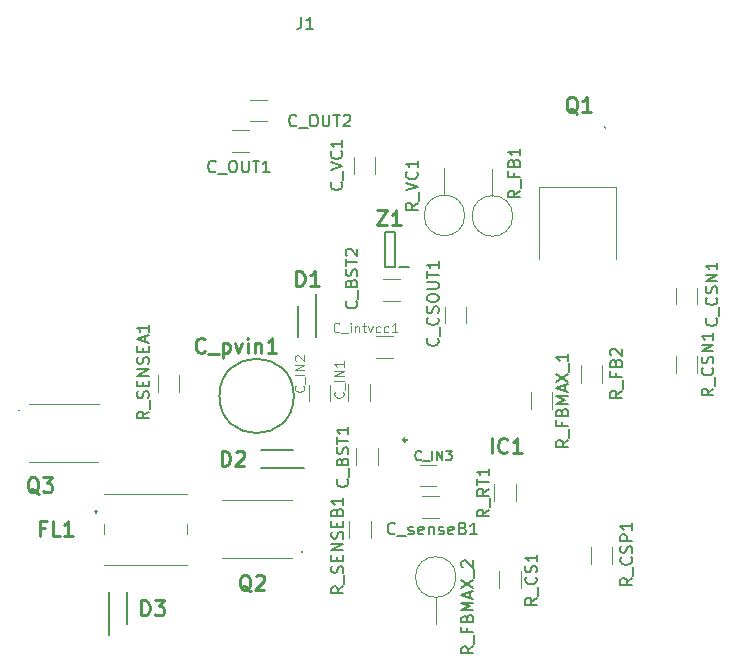
<source format=gbr>
%TF.GenerationSoftware,KiCad,Pcbnew,7.0.8*%
%TF.CreationDate,2024-02-23T11:16:18-06:00*%
%TF.ProjectId,LT4020_12_BatCharger,4c543430-3230-45f3-9132-5f4261744368,rev?*%
%TF.SameCoordinates,Original*%
%TF.FileFunction,Legend,Top*%
%TF.FilePolarity,Positive*%
%FSLAX46Y46*%
G04 Gerber Fmt 4.6, Leading zero omitted, Abs format (unit mm)*
G04 Created by KiCad (PCBNEW 7.0.8) date 2024-02-23 11:16:18*
%MOMM*%
%LPD*%
G01*
G04 APERTURE LIST*
%ADD10C,0.150000*%
%ADD11C,0.254000*%
%ADD12C,0.125000*%
%ADD13C,0.120000*%
%ADD14C,0.100000*%
%ADD15C,0.200000*%
%ADD16C,0.068000*%
%ADD17C,0.250000*%
G04 APERTURE END LIST*
D10*
X190929419Y-107720971D02*
X190453228Y-108054304D01*
X190929419Y-108292399D02*
X189929419Y-108292399D01*
X189929419Y-108292399D02*
X189929419Y-107911447D01*
X189929419Y-107911447D02*
X189977038Y-107816209D01*
X189977038Y-107816209D02*
X190024657Y-107768590D01*
X190024657Y-107768590D02*
X190119895Y-107720971D01*
X190119895Y-107720971D02*
X190262752Y-107720971D01*
X190262752Y-107720971D02*
X190357990Y-107768590D01*
X190357990Y-107768590D02*
X190405609Y-107816209D01*
X190405609Y-107816209D02*
X190453228Y-107911447D01*
X190453228Y-107911447D02*
X190453228Y-108292399D01*
X191024657Y-107530495D02*
X191024657Y-106768590D01*
X190881800Y-106578113D02*
X190929419Y-106435256D01*
X190929419Y-106435256D02*
X190929419Y-106197161D01*
X190929419Y-106197161D02*
X190881800Y-106101923D01*
X190881800Y-106101923D02*
X190834180Y-106054304D01*
X190834180Y-106054304D02*
X190738942Y-106006685D01*
X190738942Y-106006685D02*
X190643704Y-106006685D01*
X190643704Y-106006685D02*
X190548466Y-106054304D01*
X190548466Y-106054304D02*
X190500847Y-106101923D01*
X190500847Y-106101923D02*
X190453228Y-106197161D01*
X190453228Y-106197161D02*
X190405609Y-106387637D01*
X190405609Y-106387637D02*
X190357990Y-106482875D01*
X190357990Y-106482875D02*
X190310371Y-106530494D01*
X190310371Y-106530494D02*
X190215133Y-106578113D01*
X190215133Y-106578113D02*
X190119895Y-106578113D01*
X190119895Y-106578113D02*
X190024657Y-106530494D01*
X190024657Y-106530494D02*
X189977038Y-106482875D01*
X189977038Y-106482875D02*
X189929419Y-106387637D01*
X189929419Y-106387637D02*
X189929419Y-106149542D01*
X189929419Y-106149542D02*
X189977038Y-106006685D01*
X190405609Y-105578113D02*
X190405609Y-105244780D01*
X190929419Y-105101923D02*
X190929419Y-105578113D01*
X190929419Y-105578113D02*
X189929419Y-105578113D01*
X189929419Y-105578113D02*
X189929419Y-105101923D01*
X190929419Y-104673351D02*
X189929419Y-104673351D01*
X189929419Y-104673351D02*
X190929419Y-104101923D01*
X190929419Y-104101923D02*
X189929419Y-104101923D01*
X190881800Y-103673351D02*
X190929419Y-103530494D01*
X190929419Y-103530494D02*
X190929419Y-103292399D01*
X190929419Y-103292399D02*
X190881800Y-103197161D01*
X190881800Y-103197161D02*
X190834180Y-103149542D01*
X190834180Y-103149542D02*
X190738942Y-103101923D01*
X190738942Y-103101923D02*
X190643704Y-103101923D01*
X190643704Y-103101923D02*
X190548466Y-103149542D01*
X190548466Y-103149542D02*
X190500847Y-103197161D01*
X190500847Y-103197161D02*
X190453228Y-103292399D01*
X190453228Y-103292399D02*
X190405609Y-103482875D01*
X190405609Y-103482875D02*
X190357990Y-103578113D01*
X190357990Y-103578113D02*
X190310371Y-103625732D01*
X190310371Y-103625732D02*
X190215133Y-103673351D01*
X190215133Y-103673351D02*
X190119895Y-103673351D01*
X190119895Y-103673351D02*
X190024657Y-103625732D01*
X190024657Y-103625732D02*
X189977038Y-103578113D01*
X189977038Y-103578113D02*
X189929419Y-103482875D01*
X189929419Y-103482875D02*
X189929419Y-103244780D01*
X189929419Y-103244780D02*
X189977038Y-103101923D01*
X190405609Y-102673351D02*
X190405609Y-102340018D01*
X190929419Y-102197161D02*
X190929419Y-102673351D01*
X190929419Y-102673351D02*
X189929419Y-102673351D01*
X189929419Y-102673351D02*
X189929419Y-102197161D01*
X190405609Y-101435256D02*
X190453228Y-101292399D01*
X190453228Y-101292399D02*
X190500847Y-101244780D01*
X190500847Y-101244780D02*
X190596085Y-101197161D01*
X190596085Y-101197161D02*
X190738942Y-101197161D01*
X190738942Y-101197161D02*
X190834180Y-101244780D01*
X190834180Y-101244780D02*
X190881800Y-101292399D01*
X190881800Y-101292399D02*
X190929419Y-101387637D01*
X190929419Y-101387637D02*
X190929419Y-101768589D01*
X190929419Y-101768589D02*
X189929419Y-101768589D01*
X189929419Y-101768589D02*
X189929419Y-101435256D01*
X189929419Y-101435256D02*
X189977038Y-101340018D01*
X189977038Y-101340018D02*
X190024657Y-101292399D01*
X190024657Y-101292399D02*
X190119895Y-101244780D01*
X190119895Y-101244780D02*
X190215133Y-101244780D01*
X190215133Y-101244780D02*
X190310371Y-101292399D01*
X190310371Y-101292399D02*
X190357990Y-101340018D01*
X190357990Y-101340018D02*
X190405609Y-101435256D01*
X190405609Y-101435256D02*
X190405609Y-101768589D01*
X190929419Y-100244780D02*
X190929419Y-100816208D01*
X190929419Y-100530494D02*
X189929419Y-100530494D01*
X189929419Y-100530494D02*
X190072276Y-100625732D01*
X190072276Y-100625732D02*
X190167514Y-100720970D01*
X190167514Y-100720970D02*
X190215133Y-100816208D01*
X174470219Y-92917543D02*
X173994028Y-93250876D01*
X174470219Y-93488971D02*
X173470219Y-93488971D01*
X173470219Y-93488971D02*
X173470219Y-93108019D01*
X173470219Y-93108019D02*
X173517838Y-93012781D01*
X173517838Y-93012781D02*
X173565457Y-92965162D01*
X173565457Y-92965162D02*
X173660695Y-92917543D01*
X173660695Y-92917543D02*
X173803552Y-92917543D01*
X173803552Y-92917543D02*
X173898790Y-92965162D01*
X173898790Y-92965162D02*
X173946409Y-93012781D01*
X173946409Y-93012781D02*
X173994028Y-93108019D01*
X173994028Y-93108019D02*
X173994028Y-93488971D01*
X174565457Y-92727067D02*
X174565457Y-91965162D01*
X174422600Y-91774685D02*
X174470219Y-91631828D01*
X174470219Y-91631828D02*
X174470219Y-91393733D01*
X174470219Y-91393733D02*
X174422600Y-91298495D01*
X174422600Y-91298495D02*
X174374980Y-91250876D01*
X174374980Y-91250876D02*
X174279742Y-91203257D01*
X174279742Y-91203257D02*
X174184504Y-91203257D01*
X174184504Y-91203257D02*
X174089266Y-91250876D01*
X174089266Y-91250876D02*
X174041647Y-91298495D01*
X174041647Y-91298495D02*
X173994028Y-91393733D01*
X173994028Y-91393733D02*
X173946409Y-91584209D01*
X173946409Y-91584209D02*
X173898790Y-91679447D01*
X173898790Y-91679447D02*
X173851171Y-91727066D01*
X173851171Y-91727066D02*
X173755933Y-91774685D01*
X173755933Y-91774685D02*
X173660695Y-91774685D01*
X173660695Y-91774685D02*
X173565457Y-91727066D01*
X173565457Y-91727066D02*
X173517838Y-91679447D01*
X173517838Y-91679447D02*
X173470219Y-91584209D01*
X173470219Y-91584209D02*
X173470219Y-91346114D01*
X173470219Y-91346114D02*
X173517838Y-91203257D01*
X173946409Y-90774685D02*
X173946409Y-90441352D01*
X174470219Y-90298495D02*
X174470219Y-90774685D01*
X174470219Y-90774685D02*
X173470219Y-90774685D01*
X173470219Y-90774685D02*
X173470219Y-90298495D01*
X174470219Y-89869923D02*
X173470219Y-89869923D01*
X173470219Y-89869923D02*
X174470219Y-89298495D01*
X174470219Y-89298495D02*
X173470219Y-89298495D01*
X174422600Y-88869923D02*
X174470219Y-88727066D01*
X174470219Y-88727066D02*
X174470219Y-88488971D01*
X174470219Y-88488971D02*
X174422600Y-88393733D01*
X174422600Y-88393733D02*
X174374980Y-88346114D01*
X174374980Y-88346114D02*
X174279742Y-88298495D01*
X174279742Y-88298495D02*
X174184504Y-88298495D01*
X174184504Y-88298495D02*
X174089266Y-88346114D01*
X174089266Y-88346114D02*
X174041647Y-88393733D01*
X174041647Y-88393733D02*
X173994028Y-88488971D01*
X173994028Y-88488971D02*
X173946409Y-88679447D01*
X173946409Y-88679447D02*
X173898790Y-88774685D01*
X173898790Y-88774685D02*
X173851171Y-88822304D01*
X173851171Y-88822304D02*
X173755933Y-88869923D01*
X173755933Y-88869923D02*
X173660695Y-88869923D01*
X173660695Y-88869923D02*
X173565457Y-88822304D01*
X173565457Y-88822304D02*
X173517838Y-88774685D01*
X173517838Y-88774685D02*
X173470219Y-88679447D01*
X173470219Y-88679447D02*
X173470219Y-88441352D01*
X173470219Y-88441352D02*
X173517838Y-88298495D01*
X173946409Y-87869923D02*
X173946409Y-87536590D01*
X174470219Y-87393733D02*
X174470219Y-87869923D01*
X174470219Y-87869923D02*
X173470219Y-87869923D01*
X173470219Y-87869923D02*
X173470219Y-87393733D01*
X174184504Y-87012780D02*
X174184504Y-86536590D01*
X174470219Y-87108018D02*
X173470219Y-86774685D01*
X173470219Y-86774685D02*
X174470219Y-86441352D01*
X174470219Y-85584209D02*
X174470219Y-86155637D01*
X174470219Y-85869923D02*
X173470219Y-85869923D01*
X173470219Y-85869923D02*
X173613076Y-85965161D01*
X173613076Y-85965161D02*
X173708314Y-86060399D01*
X173708314Y-86060399D02*
X173755933Y-86155637D01*
D11*
X165131447Y-99882270D02*
X165010495Y-99821794D01*
X165010495Y-99821794D02*
X164889542Y-99700842D01*
X164889542Y-99700842D02*
X164708114Y-99519413D01*
X164708114Y-99519413D02*
X164587161Y-99458937D01*
X164587161Y-99458937D02*
X164466209Y-99458937D01*
X164526685Y-99761318D02*
X164405733Y-99700842D01*
X164405733Y-99700842D02*
X164284780Y-99579889D01*
X164284780Y-99579889D02*
X164224304Y-99337984D01*
X164224304Y-99337984D02*
X164224304Y-98914651D01*
X164224304Y-98914651D02*
X164284780Y-98672746D01*
X164284780Y-98672746D02*
X164405733Y-98551794D01*
X164405733Y-98551794D02*
X164526685Y-98491318D01*
X164526685Y-98491318D02*
X164768590Y-98491318D01*
X164768590Y-98491318D02*
X164889542Y-98551794D01*
X164889542Y-98551794D02*
X165010495Y-98672746D01*
X165010495Y-98672746D02*
X165070971Y-98914651D01*
X165070971Y-98914651D02*
X165070971Y-99337984D01*
X165070971Y-99337984D02*
X165010495Y-99579889D01*
X165010495Y-99579889D02*
X164889542Y-99700842D01*
X164889542Y-99700842D02*
X164768590Y-99761318D01*
X164768590Y-99761318D02*
X164526685Y-99761318D01*
X165494304Y-98491318D02*
X166280495Y-98491318D01*
X166280495Y-98491318D02*
X165857161Y-98975127D01*
X165857161Y-98975127D02*
X166038590Y-98975127D01*
X166038590Y-98975127D02*
X166159542Y-99035603D01*
X166159542Y-99035603D02*
X166220018Y-99096080D01*
X166220018Y-99096080D02*
X166280495Y-99217032D01*
X166280495Y-99217032D02*
X166280495Y-99519413D01*
X166280495Y-99519413D02*
X166220018Y-99640365D01*
X166220018Y-99640365D02*
X166159542Y-99700842D01*
X166159542Y-99700842D02*
X166038590Y-99761318D01*
X166038590Y-99761318D02*
X165675733Y-99761318D01*
X165675733Y-99761318D02*
X165554780Y-99700842D01*
X165554780Y-99700842D02*
X165494304Y-99640365D01*
D10*
X187384266Y-59500019D02*
X187384266Y-60214304D01*
X187384266Y-60214304D02*
X187336647Y-60357161D01*
X187336647Y-60357161D02*
X187241409Y-60452400D01*
X187241409Y-60452400D02*
X187098552Y-60500019D01*
X187098552Y-60500019D02*
X187003314Y-60500019D01*
X188384266Y-60500019D02*
X187812838Y-60500019D01*
X188098552Y-60500019D02*
X188098552Y-59500019D01*
X188098552Y-59500019D02*
X188003314Y-59642876D01*
X188003314Y-59642876D02*
X187908076Y-59738114D01*
X187908076Y-59738114D02*
X187812838Y-59785733D01*
D11*
X165648019Y-102780480D02*
X165224685Y-102780480D01*
X165224685Y-103445718D02*
X165224685Y-102175718D01*
X165224685Y-102175718D02*
X165829447Y-102175718D01*
X166918018Y-103445718D02*
X166313256Y-103445718D01*
X166313256Y-103445718D02*
X166313256Y-102175718D01*
X168006590Y-103445718D02*
X167280875Y-103445718D01*
X167643732Y-103445718D02*
X167643732Y-102175718D01*
X167643732Y-102175718D02*
X167522780Y-102357146D01*
X167522780Y-102357146D02*
X167401828Y-102478099D01*
X167401828Y-102478099D02*
X167280875Y-102538575D01*
X173814618Y-110175318D02*
X173814618Y-108905318D01*
X173814618Y-108905318D02*
X174116999Y-108905318D01*
X174116999Y-108905318D02*
X174298428Y-108965794D01*
X174298428Y-108965794D02*
X174419380Y-109086746D01*
X174419380Y-109086746D02*
X174479857Y-109207699D01*
X174479857Y-109207699D02*
X174540333Y-109449603D01*
X174540333Y-109449603D02*
X174540333Y-109631032D01*
X174540333Y-109631032D02*
X174479857Y-109872937D01*
X174479857Y-109872937D02*
X174419380Y-109993889D01*
X174419380Y-109993889D02*
X174298428Y-110114842D01*
X174298428Y-110114842D02*
X174116999Y-110175318D01*
X174116999Y-110175318D02*
X173814618Y-110175318D01*
X174963666Y-108905318D02*
X175749857Y-108905318D01*
X175749857Y-108905318D02*
X175326523Y-109389127D01*
X175326523Y-109389127D02*
X175507952Y-109389127D01*
X175507952Y-109389127D02*
X175628904Y-109449603D01*
X175628904Y-109449603D02*
X175689380Y-109510080D01*
X175689380Y-109510080D02*
X175749857Y-109631032D01*
X175749857Y-109631032D02*
X175749857Y-109933413D01*
X175749857Y-109933413D02*
X175689380Y-110054365D01*
X175689380Y-110054365D02*
X175628904Y-110114842D01*
X175628904Y-110114842D02*
X175507952Y-110175318D01*
X175507952Y-110175318D02*
X175145095Y-110175318D01*
X175145095Y-110175318D02*
X175024142Y-110114842D01*
X175024142Y-110114842D02*
X174963666Y-110054365D01*
D10*
X195308932Y-103229580D02*
X195261313Y-103277200D01*
X195261313Y-103277200D02*
X195118456Y-103324819D01*
X195118456Y-103324819D02*
X195023218Y-103324819D01*
X195023218Y-103324819D02*
X194880361Y-103277200D01*
X194880361Y-103277200D02*
X194785123Y-103181961D01*
X194785123Y-103181961D02*
X194737504Y-103086723D01*
X194737504Y-103086723D02*
X194689885Y-102896247D01*
X194689885Y-102896247D02*
X194689885Y-102753390D01*
X194689885Y-102753390D02*
X194737504Y-102562914D01*
X194737504Y-102562914D02*
X194785123Y-102467676D01*
X194785123Y-102467676D02*
X194880361Y-102372438D01*
X194880361Y-102372438D02*
X195023218Y-102324819D01*
X195023218Y-102324819D02*
X195118456Y-102324819D01*
X195118456Y-102324819D02*
X195261313Y-102372438D01*
X195261313Y-102372438D02*
X195308932Y-102420057D01*
X195499409Y-103420057D02*
X196261313Y-103420057D01*
X196451790Y-103277200D02*
X196547028Y-103324819D01*
X196547028Y-103324819D02*
X196737504Y-103324819D01*
X196737504Y-103324819D02*
X196832742Y-103277200D01*
X196832742Y-103277200D02*
X196880361Y-103181961D01*
X196880361Y-103181961D02*
X196880361Y-103134342D01*
X196880361Y-103134342D02*
X196832742Y-103039104D01*
X196832742Y-103039104D02*
X196737504Y-102991485D01*
X196737504Y-102991485D02*
X196594647Y-102991485D01*
X196594647Y-102991485D02*
X196499409Y-102943866D01*
X196499409Y-102943866D02*
X196451790Y-102848628D01*
X196451790Y-102848628D02*
X196451790Y-102801009D01*
X196451790Y-102801009D02*
X196499409Y-102705771D01*
X196499409Y-102705771D02*
X196594647Y-102658152D01*
X196594647Y-102658152D02*
X196737504Y-102658152D01*
X196737504Y-102658152D02*
X196832742Y-102705771D01*
X197689885Y-103277200D02*
X197594647Y-103324819D01*
X197594647Y-103324819D02*
X197404171Y-103324819D01*
X197404171Y-103324819D02*
X197308933Y-103277200D01*
X197308933Y-103277200D02*
X197261314Y-103181961D01*
X197261314Y-103181961D02*
X197261314Y-102801009D01*
X197261314Y-102801009D02*
X197308933Y-102705771D01*
X197308933Y-102705771D02*
X197404171Y-102658152D01*
X197404171Y-102658152D02*
X197594647Y-102658152D01*
X197594647Y-102658152D02*
X197689885Y-102705771D01*
X197689885Y-102705771D02*
X197737504Y-102801009D01*
X197737504Y-102801009D02*
X197737504Y-102896247D01*
X197737504Y-102896247D02*
X197261314Y-102991485D01*
X198166076Y-102658152D02*
X198166076Y-103324819D01*
X198166076Y-102753390D02*
X198213695Y-102705771D01*
X198213695Y-102705771D02*
X198308933Y-102658152D01*
X198308933Y-102658152D02*
X198451790Y-102658152D01*
X198451790Y-102658152D02*
X198547028Y-102705771D01*
X198547028Y-102705771D02*
X198594647Y-102801009D01*
X198594647Y-102801009D02*
X198594647Y-103324819D01*
X199023219Y-103277200D02*
X199118457Y-103324819D01*
X199118457Y-103324819D02*
X199308933Y-103324819D01*
X199308933Y-103324819D02*
X199404171Y-103277200D01*
X199404171Y-103277200D02*
X199451790Y-103181961D01*
X199451790Y-103181961D02*
X199451790Y-103134342D01*
X199451790Y-103134342D02*
X199404171Y-103039104D01*
X199404171Y-103039104D02*
X199308933Y-102991485D01*
X199308933Y-102991485D02*
X199166076Y-102991485D01*
X199166076Y-102991485D02*
X199070838Y-102943866D01*
X199070838Y-102943866D02*
X199023219Y-102848628D01*
X199023219Y-102848628D02*
X199023219Y-102801009D01*
X199023219Y-102801009D02*
X199070838Y-102705771D01*
X199070838Y-102705771D02*
X199166076Y-102658152D01*
X199166076Y-102658152D02*
X199308933Y-102658152D01*
X199308933Y-102658152D02*
X199404171Y-102705771D01*
X200261314Y-103277200D02*
X200166076Y-103324819D01*
X200166076Y-103324819D02*
X199975600Y-103324819D01*
X199975600Y-103324819D02*
X199880362Y-103277200D01*
X199880362Y-103277200D02*
X199832743Y-103181961D01*
X199832743Y-103181961D02*
X199832743Y-102801009D01*
X199832743Y-102801009D02*
X199880362Y-102705771D01*
X199880362Y-102705771D02*
X199975600Y-102658152D01*
X199975600Y-102658152D02*
X200166076Y-102658152D01*
X200166076Y-102658152D02*
X200261314Y-102705771D01*
X200261314Y-102705771D02*
X200308933Y-102801009D01*
X200308933Y-102801009D02*
X200308933Y-102896247D01*
X200308933Y-102896247D02*
X199832743Y-102991485D01*
X201070838Y-102801009D02*
X201213695Y-102848628D01*
X201213695Y-102848628D02*
X201261314Y-102896247D01*
X201261314Y-102896247D02*
X201308933Y-102991485D01*
X201308933Y-102991485D02*
X201308933Y-103134342D01*
X201308933Y-103134342D02*
X201261314Y-103229580D01*
X201261314Y-103229580D02*
X201213695Y-103277200D01*
X201213695Y-103277200D02*
X201118457Y-103324819D01*
X201118457Y-103324819D02*
X200737505Y-103324819D01*
X200737505Y-103324819D02*
X200737505Y-102324819D01*
X200737505Y-102324819D02*
X201070838Y-102324819D01*
X201070838Y-102324819D02*
X201166076Y-102372438D01*
X201166076Y-102372438D02*
X201213695Y-102420057D01*
X201213695Y-102420057D02*
X201261314Y-102515295D01*
X201261314Y-102515295D02*
X201261314Y-102610533D01*
X201261314Y-102610533D02*
X201213695Y-102705771D01*
X201213695Y-102705771D02*
X201166076Y-102753390D01*
X201166076Y-102753390D02*
X201070838Y-102801009D01*
X201070838Y-102801009D02*
X200737505Y-102801009D01*
X202261314Y-103324819D02*
X201689886Y-103324819D01*
X201975600Y-103324819D02*
X201975600Y-102324819D01*
X201975600Y-102324819D02*
X201880362Y-102467676D01*
X201880362Y-102467676D02*
X201785124Y-102562914D01*
X201785124Y-102562914D02*
X201689886Y-102610533D01*
X209970619Y-95332133D02*
X209494428Y-95665466D01*
X209970619Y-95903561D02*
X208970619Y-95903561D01*
X208970619Y-95903561D02*
X208970619Y-95522609D01*
X208970619Y-95522609D02*
X209018238Y-95427371D01*
X209018238Y-95427371D02*
X209065857Y-95379752D01*
X209065857Y-95379752D02*
X209161095Y-95332133D01*
X209161095Y-95332133D02*
X209303952Y-95332133D01*
X209303952Y-95332133D02*
X209399190Y-95379752D01*
X209399190Y-95379752D02*
X209446809Y-95427371D01*
X209446809Y-95427371D02*
X209494428Y-95522609D01*
X209494428Y-95522609D02*
X209494428Y-95903561D01*
X210065857Y-95141657D02*
X210065857Y-94379752D01*
X209446809Y-93808323D02*
X209446809Y-94141656D01*
X209970619Y-94141656D02*
X208970619Y-94141656D01*
X208970619Y-94141656D02*
X208970619Y-93665466D01*
X209446809Y-92951180D02*
X209494428Y-92808323D01*
X209494428Y-92808323D02*
X209542047Y-92760704D01*
X209542047Y-92760704D02*
X209637285Y-92713085D01*
X209637285Y-92713085D02*
X209780142Y-92713085D01*
X209780142Y-92713085D02*
X209875380Y-92760704D01*
X209875380Y-92760704D02*
X209923000Y-92808323D01*
X209923000Y-92808323D02*
X209970619Y-92903561D01*
X209970619Y-92903561D02*
X209970619Y-93284513D01*
X209970619Y-93284513D02*
X208970619Y-93284513D01*
X208970619Y-93284513D02*
X208970619Y-92951180D01*
X208970619Y-92951180D02*
X209018238Y-92855942D01*
X209018238Y-92855942D02*
X209065857Y-92808323D01*
X209065857Y-92808323D02*
X209161095Y-92760704D01*
X209161095Y-92760704D02*
X209256333Y-92760704D01*
X209256333Y-92760704D02*
X209351571Y-92808323D01*
X209351571Y-92808323D02*
X209399190Y-92855942D01*
X209399190Y-92855942D02*
X209446809Y-92951180D01*
X209446809Y-92951180D02*
X209446809Y-93284513D01*
X209970619Y-92284513D02*
X208970619Y-92284513D01*
X208970619Y-92284513D02*
X209684904Y-91951180D01*
X209684904Y-91951180D02*
X208970619Y-91617847D01*
X208970619Y-91617847D02*
X209970619Y-91617847D01*
X209684904Y-91189275D02*
X209684904Y-90713085D01*
X209970619Y-91284513D02*
X208970619Y-90951180D01*
X208970619Y-90951180D02*
X209970619Y-90617847D01*
X208970619Y-90379751D02*
X209970619Y-89713085D01*
X208970619Y-89713085D02*
X209970619Y-90379751D01*
X210065857Y-89570228D02*
X210065857Y-88808323D01*
X209970619Y-88046418D02*
X209970619Y-88617846D01*
X209970619Y-88332132D02*
X208970619Y-88332132D01*
X208970619Y-88332132D02*
X209113476Y-88427370D01*
X209113476Y-88427370D02*
X209208714Y-88522608D01*
X209208714Y-88522608D02*
X209256333Y-88617846D01*
X214526019Y-91163590D02*
X214049828Y-91496923D01*
X214526019Y-91735018D02*
X213526019Y-91735018D01*
X213526019Y-91735018D02*
X213526019Y-91354066D01*
X213526019Y-91354066D02*
X213573638Y-91258828D01*
X213573638Y-91258828D02*
X213621257Y-91211209D01*
X213621257Y-91211209D02*
X213716495Y-91163590D01*
X213716495Y-91163590D02*
X213859352Y-91163590D01*
X213859352Y-91163590D02*
X213954590Y-91211209D01*
X213954590Y-91211209D02*
X214002209Y-91258828D01*
X214002209Y-91258828D02*
X214049828Y-91354066D01*
X214049828Y-91354066D02*
X214049828Y-91735018D01*
X214621257Y-90973114D02*
X214621257Y-90211209D01*
X214002209Y-89639780D02*
X214002209Y-89973113D01*
X214526019Y-89973113D02*
X213526019Y-89973113D01*
X213526019Y-89973113D02*
X213526019Y-89496923D01*
X214002209Y-88782637D02*
X214049828Y-88639780D01*
X214049828Y-88639780D02*
X214097447Y-88592161D01*
X214097447Y-88592161D02*
X214192685Y-88544542D01*
X214192685Y-88544542D02*
X214335542Y-88544542D01*
X214335542Y-88544542D02*
X214430780Y-88592161D01*
X214430780Y-88592161D02*
X214478400Y-88639780D01*
X214478400Y-88639780D02*
X214526019Y-88735018D01*
X214526019Y-88735018D02*
X214526019Y-89115970D01*
X214526019Y-89115970D02*
X213526019Y-89115970D01*
X213526019Y-89115970D02*
X213526019Y-88782637D01*
X213526019Y-88782637D02*
X213573638Y-88687399D01*
X213573638Y-88687399D02*
X213621257Y-88639780D01*
X213621257Y-88639780D02*
X213716495Y-88592161D01*
X213716495Y-88592161D02*
X213811733Y-88592161D01*
X213811733Y-88592161D02*
X213906971Y-88639780D01*
X213906971Y-88639780D02*
X213954590Y-88687399D01*
X213954590Y-88687399D02*
X214002209Y-88782637D01*
X214002209Y-88782637D02*
X214002209Y-89115970D01*
X213621257Y-88163589D02*
X213573638Y-88115970D01*
X213573638Y-88115970D02*
X213526019Y-88020732D01*
X213526019Y-88020732D02*
X213526019Y-87782637D01*
X213526019Y-87782637D02*
X213573638Y-87687399D01*
X213573638Y-87687399D02*
X213621257Y-87639780D01*
X213621257Y-87639780D02*
X213716495Y-87592161D01*
X213716495Y-87592161D02*
X213811733Y-87592161D01*
X213811733Y-87592161D02*
X213954590Y-87639780D01*
X213954590Y-87639780D02*
X214526019Y-88211208D01*
X214526019Y-88211208D02*
X214526019Y-87592161D01*
X222518580Y-85030019D02*
X222566200Y-85077638D01*
X222566200Y-85077638D02*
X222613819Y-85220495D01*
X222613819Y-85220495D02*
X222613819Y-85315733D01*
X222613819Y-85315733D02*
X222566200Y-85458590D01*
X222566200Y-85458590D02*
X222470961Y-85553828D01*
X222470961Y-85553828D02*
X222375723Y-85601447D01*
X222375723Y-85601447D02*
X222185247Y-85649066D01*
X222185247Y-85649066D02*
X222042390Y-85649066D01*
X222042390Y-85649066D02*
X221851914Y-85601447D01*
X221851914Y-85601447D02*
X221756676Y-85553828D01*
X221756676Y-85553828D02*
X221661438Y-85458590D01*
X221661438Y-85458590D02*
X221613819Y-85315733D01*
X221613819Y-85315733D02*
X221613819Y-85220495D01*
X221613819Y-85220495D02*
X221661438Y-85077638D01*
X221661438Y-85077638D02*
X221709057Y-85030019D01*
X222709057Y-84839543D02*
X222709057Y-84077638D01*
X222518580Y-83268114D02*
X222566200Y-83315733D01*
X222566200Y-83315733D02*
X222613819Y-83458590D01*
X222613819Y-83458590D02*
X222613819Y-83553828D01*
X222613819Y-83553828D02*
X222566200Y-83696685D01*
X222566200Y-83696685D02*
X222470961Y-83791923D01*
X222470961Y-83791923D02*
X222375723Y-83839542D01*
X222375723Y-83839542D02*
X222185247Y-83887161D01*
X222185247Y-83887161D02*
X222042390Y-83887161D01*
X222042390Y-83887161D02*
X221851914Y-83839542D01*
X221851914Y-83839542D02*
X221756676Y-83791923D01*
X221756676Y-83791923D02*
X221661438Y-83696685D01*
X221661438Y-83696685D02*
X221613819Y-83553828D01*
X221613819Y-83553828D02*
X221613819Y-83458590D01*
X221613819Y-83458590D02*
X221661438Y-83315733D01*
X221661438Y-83315733D02*
X221709057Y-83268114D01*
X222566200Y-82887161D02*
X222613819Y-82744304D01*
X222613819Y-82744304D02*
X222613819Y-82506209D01*
X222613819Y-82506209D02*
X222566200Y-82410971D01*
X222566200Y-82410971D02*
X222518580Y-82363352D01*
X222518580Y-82363352D02*
X222423342Y-82315733D01*
X222423342Y-82315733D02*
X222328104Y-82315733D01*
X222328104Y-82315733D02*
X222232866Y-82363352D01*
X222232866Y-82363352D02*
X222185247Y-82410971D01*
X222185247Y-82410971D02*
X222137628Y-82506209D01*
X222137628Y-82506209D02*
X222090009Y-82696685D01*
X222090009Y-82696685D02*
X222042390Y-82791923D01*
X222042390Y-82791923D02*
X221994771Y-82839542D01*
X221994771Y-82839542D02*
X221899533Y-82887161D01*
X221899533Y-82887161D02*
X221804295Y-82887161D01*
X221804295Y-82887161D02*
X221709057Y-82839542D01*
X221709057Y-82839542D02*
X221661438Y-82791923D01*
X221661438Y-82791923D02*
X221613819Y-82696685D01*
X221613819Y-82696685D02*
X221613819Y-82458590D01*
X221613819Y-82458590D02*
X221661438Y-82315733D01*
X222613819Y-81887161D02*
X221613819Y-81887161D01*
X221613819Y-81887161D02*
X222613819Y-81315733D01*
X222613819Y-81315733D02*
X221613819Y-81315733D01*
X222613819Y-80315733D02*
X222613819Y-80887161D01*
X222613819Y-80601447D02*
X221613819Y-80601447D01*
X221613819Y-80601447D02*
X221756676Y-80696685D01*
X221756676Y-80696685D02*
X221851914Y-80791923D01*
X221851914Y-80791923D02*
X221899533Y-80887161D01*
X186949009Y-68685580D02*
X186901390Y-68733200D01*
X186901390Y-68733200D02*
X186758533Y-68780819D01*
X186758533Y-68780819D02*
X186663295Y-68780819D01*
X186663295Y-68780819D02*
X186520438Y-68733200D01*
X186520438Y-68733200D02*
X186425200Y-68637961D01*
X186425200Y-68637961D02*
X186377581Y-68542723D01*
X186377581Y-68542723D02*
X186329962Y-68352247D01*
X186329962Y-68352247D02*
X186329962Y-68209390D01*
X186329962Y-68209390D02*
X186377581Y-68018914D01*
X186377581Y-68018914D02*
X186425200Y-67923676D01*
X186425200Y-67923676D02*
X186520438Y-67828438D01*
X186520438Y-67828438D02*
X186663295Y-67780819D01*
X186663295Y-67780819D02*
X186758533Y-67780819D01*
X186758533Y-67780819D02*
X186901390Y-67828438D01*
X186901390Y-67828438D02*
X186949009Y-67876057D01*
X187139486Y-68876057D02*
X187901390Y-68876057D01*
X188329962Y-67780819D02*
X188520438Y-67780819D01*
X188520438Y-67780819D02*
X188615676Y-67828438D01*
X188615676Y-67828438D02*
X188710914Y-67923676D01*
X188710914Y-67923676D02*
X188758533Y-68114152D01*
X188758533Y-68114152D02*
X188758533Y-68447485D01*
X188758533Y-68447485D02*
X188710914Y-68637961D01*
X188710914Y-68637961D02*
X188615676Y-68733200D01*
X188615676Y-68733200D02*
X188520438Y-68780819D01*
X188520438Y-68780819D02*
X188329962Y-68780819D01*
X188329962Y-68780819D02*
X188234724Y-68733200D01*
X188234724Y-68733200D02*
X188139486Y-68637961D01*
X188139486Y-68637961D02*
X188091867Y-68447485D01*
X188091867Y-68447485D02*
X188091867Y-68114152D01*
X188091867Y-68114152D02*
X188139486Y-67923676D01*
X188139486Y-67923676D02*
X188234724Y-67828438D01*
X188234724Y-67828438D02*
X188329962Y-67780819D01*
X189187105Y-67780819D02*
X189187105Y-68590342D01*
X189187105Y-68590342D02*
X189234724Y-68685580D01*
X189234724Y-68685580D02*
X189282343Y-68733200D01*
X189282343Y-68733200D02*
X189377581Y-68780819D01*
X189377581Y-68780819D02*
X189568057Y-68780819D01*
X189568057Y-68780819D02*
X189663295Y-68733200D01*
X189663295Y-68733200D02*
X189710914Y-68685580D01*
X189710914Y-68685580D02*
X189758533Y-68590342D01*
X189758533Y-68590342D02*
X189758533Y-67780819D01*
X190091867Y-67780819D02*
X190663295Y-67780819D01*
X190377581Y-68780819D02*
X190377581Y-67780819D01*
X190949010Y-67876057D02*
X190996629Y-67828438D01*
X190996629Y-67828438D02*
X191091867Y-67780819D01*
X191091867Y-67780819D02*
X191329962Y-67780819D01*
X191329962Y-67780819D02*
X191425200Y-67828438D01*
X191425200Y-67828438D02*
X191472819Y-67876057D01*
X191472819Y-67876057D02*
X191520438Y-67971295D01*
X191520438Y-67971295D02*
X191520438Y-68066533D01*
X191520438Y-68066533D02*
X191472819Y-68209390D01*
X191472819Y-68209390D02*
X190901391Y-68780819D01*
X190901391Y-68780819D02*
X191520438Y-68780819D01*
X222274819Y-90973019D02*
X221798628Y-91306352D01*
X222274819Y-91544447D02*
X221274819Y-91544447D01*
X221274819Y-91544447D02*
X221274819Y-91163495D01*
X221274819Y-91163495D02*
X221322438Y-91068257D01*
X221322438Y-91068257D02*
X221370057Y-91020638D01*
X221370057Y-91020638D02*
X221465295Y-90973019D01*
X221465295Y-90973019D02*
X221608152Y-90973019D01*
X221608152Y-90973019D02*
X221703390Y-91020638D01*
X221703390Y-91020638D02*
X221751009Y-91068257D01*
X221751009Y-91068257D02*
X221798628Y-91163495D01*
X221798628Y-91163495D02*
X221798628Y-91544447D01*
X222370057Y-90782543D02*
X222370057Y-90020638D01*
X222179580Y-89211114D02*
X222227200Y-89258733D01*
X222227200Y-89258733D02*
X222274819Y-89401590D01*
X222274819Y-89401590D02*
X222274819Y-89496828D01*
X222274819Y-89496828D02*
X222227200Y-89639685D01*
X222227200Y-89639685D02*
X222131961Y-89734923D01*
X222131961Y-89734923D02*
X222036723Y-89782542D01*
X222036723Y-89782542D02*
X221846247Y-89830161D01*
X221846247Y-89830161D02*
X221703390Y-89830161D01*
X221703390Y-89830161D02*
X221512914Y-89782542D01*
X221512914Y-89782542D02*
X221417676Y-89734923D01*
X221417676Y-89734923D02*
X221322438Y-89639685D01*
X221322438Y-89639685D02*
X221274819Y-89496828D01*
X221274819Y-89496828D02*
X221274819Y-89401590D01*
X221274819Y-89401590D02*
X221322438Y-89258733D01*
X221322438Y-89258733D02*
X221370057Y-89211114D01*
X222227200Y-88830161D02*
X222274819Y-88687304D01*
X222274819Y-88687304D02*
X222274819Y-88449209D01*
X222274819Y-88449209D02*
X222227200Y-88353971D01*
X222227200Y-88353971D02*
X222179580Y-88306352D01*
X222179580Y-88306352D02*
X222084342Y-88258733D01*
X222084342Y-88258733D02*
X221989104Y-88258733D01*
X221989104Y-88258733D02*
X221893866Y-88306352D01*
X221893866Y-88306352D02*
X221846247Y-88353971D01*
X221846247Y-88353971D02*
X221798628Y-88449209D01*
X221798628Y-88449209D02*
X221751009Y-88639685D01*
X221751009Y-88639685D02*
X221703390Y-88734923D01*
X221703390Y-88734923D02*
X221655771Y-88782542D01*
X221655771Y-88782542D02*
X221560533Y-88830161D01*
X221560533Y-88830161D02*
X221465295Y-88830161D01*
X221465295Y-88830161D02*
X221370057Y-88782542D01*
X221370057Y-88782542D02*
X221322438Y-88734923D01*
X221322438Y-88734923D02*
X221274819Y-88639685D01*
X221274819Y-88639685D02*
X221274819Y-88401590D01*
X221274819Y-88401590D02*
X221322438Y-88258733D01*
X222274819Y-87830161D02*
X221274819Y-87830161D01*
X221274819Y-87830161D02*
X222274819Y-87258733D01*
X222274819Y-87258733D02*
X221274819Y-87258733D01*
X222274819Y-86258733D02*
X222274819Y-86830161D01*
X222274819Y-86544447D02*
X221274819Y-86544447D01*
X221274819Y-86544447D02*
X221417676Y-86639685D01*
X221417676Y-86639685D02*
X221512914Y-86734923D01*
X221512914Y-86734923D02*
X221560533Y-86830161D01*
X197529581Y-96958504D02*
X197491485Y-96996600D01*
X197491485Y-96996600D02*
X197377200Y-97034695D01*
X197377200Y-97034695D02*
X197301009Y-97034695D01*
X197301009Y-97034695D02*
X197186723Y-96996600D01*
X197186723Y-96996600D02*
X197110533Y-96920409D01*
X197110533Y-96920409D02*
X197072438Y-96844219D01*
X197072438Y-96844219D02*
X197034342Y-96691838D01*
X197034342Y-96691838D02*
X197034342Y-96577552D01*
X197034342Y-96577552D02*
X197072438Y-96425171D01*
X197072438Y-96425171D02*
X197110533Y-96348980D01*
X197110533Y-96348980D02*
X197186723Y-96272790D01*
X197186723Y-96272790D02*
X197301009Y-96234695D01*
X197301009Y-96234695D02*
X197377200Y-96234695D01*
X197377200Y-96234695D02*
X197491485Y-96272790D01*
X197491485Y-96272790D02*
X197529581Y-96310885D01*
X197681962Y-97110885D02*
X198291485Y-97110885D01*
X198481962Y-97034695D02*
X198481962Y-96234695D01*
X198862914Y-97034695D02*
X198862914Y-96234695D01*
X198862914Y-96234695D02*
X199320057Y-97034695D01*
X199320057Y-97034695D02*
X199320057Y-96234695D01*
X199624818Y-96234695D02*
X200120056Y-96234695D01*
X200120056Y-96234695D02*
X199853390Y-96539457D01*
X199853390Y-96539457D02*
X199967675Y-96539457D01*
X199967675Y-96539457D02*
X200043866Y-96577552D01*
X200043866Y-96577552D02*
X200081961Y-96615647D01*
X200081961Y-96615647D02*
X200120056Y-96691838D01*
X200120056Y-96691838D02*
X200120056Y-96882314D01*
X200120056Y-96882314D02*
X200081961Y-96958504D01*
X200081961Y-96958504D02*
X200043866Y-96996600D01*
X200043866Y-96996600D02*
X199967675Y-97034695D01*
X199967675Y-97034695D02*
X199739104Y-97034695D01*
X199739104Y-97034695D02*
X199662913Y-96996600D01*
X199662913Y-96996600D02*
X199624818Y-96958504D01*
D11*
X179207885Y-87829365D02*
X179147409Y-87889842D01*
X179147409Y-87889842D02*
X178965980Y-87950318D01*
X178965980Y-87950318D02*
X178845028Y-87950318D01*
X178845028Y-87950318D02*
X178663599Y-87889842D01*
X178663599Y-87889842D02*
X178542647Y-87768889D01*
X178542647Y-87768889D02*
X178482170Y-87647937D01*
X178482170Y-87647937D02*
X178421694Y-87406032D01*
X178421694Y-87406032D02*
X178421694Y-87224603D01*
X178421694Y-87224603D02*
X178482170Y-86982699D01*
X178482170Y-86982699D02*
X178542647Y-86861746D01*
X178542647Y-86861746D02*
X178663599Y-86740794D01*
X178663599Y-86740794D02*
X178845028Y-86680318D01*
X178845028Y-86680318D02*
X178965980Y-86680318D01*
X178965980Y-86680318D02*
X179147409Y-86740794D01*
X179147409Y-86740794D02*
X179207885Y-86801270D01*
X179449790Y-88071270D02*
X180417409Y-88071270D01*
X180719789Y-87103651D02*
X180719789Y-88373651D01*
X180719789Y-87164127D02*
X180840742Y-87103651D01*
X180840742Y-87103651D02*
X181082647Y-87103651D01*
X181082647Y-87103651D02*
X181203599Y-87164127D01*
X181203599Y-87164127D02*
X181264075Y-87224603D01*
X181264075Y-87224603D02*
X181324551Y-87345556D01*
X181324551Y-87345556D02*
X181324551Y-87708413D01*
X181324551Y-87708413D02*
X181264075Y-87829365D01*
X181264075Y-87829365D02*
X181203599Y-87889842D01*
X181203599Y-87889842D02*
X181082647Y-87950318D01*
X181082647Y-87950318D02*
X180840742Y-87950318D01*
X180840742Y-87950318D02*
X180719789Y-87889842D01*
X181747885Y-87103651D02*
X182050266Y-87950318D01*
X182050266Y-87950318D02*
X182352647Y-87103651D01*
X182836456Y-87950318D02*
X182836456Y-87103651D01*
X182836456Y-86680318D02*
X182775980Y-86740794D01*
X182775980Y-86740794D02*
X182836456Y-86801270D01*
X182836456Y-86801270D02*
X182896933Y-86740794D01*
X182896933Y-86740794D02*
X182836456Y-86680318D01*
X182836456Y-86680318D02*
X182836456Y-86801270D01*
X183441218Y-87103651D02*
X183441218Y-87950318D01*
X183441218Y-87224603D02*
X183501695Y-87164127D01*
X183501695Y-87164127D02*
X183622647Y-87103651D01*
X183622647Y-87103651D02*
X183804076Y-87103651D01*
X183804076Y-87103651D02*
X183925028Y-87164127D01*
X183925028Y-87164127D02*
X183985504Y-87285080D01*
X183985504Y-87285080D02*
X183985504Y-87950318D01*
X185255505Y-87950318D02*
X184529790Y-87950318D01*
X184892647Y-87950318D02*
X184892647Y-86680318D01*
X184892647Y-86680318D02*
X184771695Y-86861746D01*
X184771695Y-86861746D02*
X184650743Y-86982699D01*
X184650743Y-86982699D02*
X184529790Y-87043175D01*
X210749847Y-67690470D02*
X210628895Y-67629994D01*
X210628895Y-67629994D02*
X210507942Y-67509042D01*
X210507942Y-67509042D02*
X210326514Y-67327613D01*
X210326514Y-67327613D02*
X210205561Y-67267137D01*
X210205561Y-67267137D02*
X210084609Y-67267137D01*
X210145085Y-67569518D02*
X210024133Y-67509042D01*
X210024133Y-67509042D02*
X209903180Y-67388089D01*
X209903180Y-67388089D02*
X209842704Y-67146184D01*
X209842704Y-67146184D02*
X209842704Y-66722851D01*
X209842704Y-66722851D02*
X209903180Y-66480946D01*
X209903180Y-66480946D02*
X210024133Y-66359994D01*
X210024133Y-66359994D02*
X210145085Y-66299518D01*
X210145085Y-66299518D02*
X210386990Y-66299518D01*
X210386990Y-66299518D02*
X210507942Y-66359994D01*
X210507942Y-66359994D02*
X210628895Y-66480946D01*
X210628895Y-66480946D02*
X210689371Y-66722851D01*
X210689371Y-66722851D02*
X210689371Y-67146184D01*
X210689371Y-67146184D02*
X210628895Y-67388089D01*
X210628895Y-67388089D02*
X210507942Y-67509042D01*
X210507942Y-67509042D02*
X210386990Y-67569518D01*
X210386990Y-67569518D02*
X210145085Y-67569518D01*
X211898895Y-67569518D02*
X211173180Y-67569518D01*
X211536037Y-67569518D02*
X211536037Y-66299518D01*
X211536037Y-66299518D02*
X211415085Y-66480946D01*
X211415085Y-66480946D02*
X211294133Y-66601899D01*
X211294133Y-66601899D02*
X211173180Y-66662375D01*
X203484237Y-96433918D02*
X203484237Y-95163918D01*
X204814714Y-96312965D02*
X204754238Y-96373442D01*
X204754238Y-96373442D02*
X204572809Y-96433918D01*
X204572809Y-96433918D02*
X204451857Y-96433918D01*
X204451857Y-96433918D02*
X204270428Y-96373442D01*
X204270428Y-96373442D02*
X204149476Y-96252489D01*
X204149476Y-96252489D02*
X204088999Y-96131537D01*
X204088999Y-96131537D02*
X204028523Y-95889632D01*
X204028523Y-95889632D02*
X204028523Y-95708203D01*
X204028523Y-95708203D02*
X204088999Y-95466299D01*
X204088999Y-95466299D02*
X204149476Y-95345346D01*
X204149476Y-95345346D02*
X204270428Y-95224394D01*
X204270428Y-95224394D02*
X204451857Y-95163918D01*
X204451857Y-95163918D02*
X204572809Y-95163918D01*
X204572809Y-95163918D02*
X204754238Y-95224394D01*
X204754238Y-95224394D02*
X204814714Y-95284870D01*
X206024238Y-96433918D02*
X205298523Y-96433918D01*
X205661380Y-96433918D02*
X205661380Y-95163918D01*
X205661380Y-95163918D02*
X205540428Y-95345346D01*
X205540428Y-95345346D02*
X205419476Y-95466299D01*
X205419476Y-95466299D02*
X205298523Y-95526775D01*
D10*
X190757980Y-73510590D02*
X190805600Y-73558209D01*
X190805600Y-73558209D02*
X190853219Y-73701066D01*
X190853219Y-73701066D02*
X190853219Y-73796304D01*
X190853219Y-73796304D02*
X190805600Y-73939161D01*
X190805600Y-73939161D02*
X190710361Y-74034399D01*
X190710361Y-74034399D02*
X190615123Y-74082018D01*
X190615123Y-74082018D02*
X190424647Y-74129637D01*
X190424647Y-74129637D02*
X190281790Y-74129637D01*
X190281790Y-74129637D02*
X190091314Y-74082018D01*
X190091314Y-74082018D02*
X189996076Y-74034399D01*
X189996076Y-74034399D02*
X189900838Y-73939161D01*
X189900838Y-73939161D02*
X189853219Y-73796304D01*
X189853219Y-73796304D02*
X189853219Y-73701066D01*
X189853219Y-73701066D02*
X189900838Y-73558209D01*
X189900838Y-73558209D02*
X189948457Y-73510590D01*
X190948457Y-73320114D02*
X190948457Y-72558209D01*
X189853219Y-72462970D02*
X190853219Y-72129637D01*
X190853219Y-72129637D02*
X189853219Y-71796304D01*
X190757980Y-70891542D02*
X190805600Y-70939161D01*
X190805600Y-70939161D02*
X190853219Y-71082018D01*
X190853219Y-71082018D02*
X190853219Y-71177256D01*
X190853219Y-71177256D02*
X190805600Y-71320113D01*
X190805600Y-71320113D02*
X190710361Y-71415351D01*
X190710361Y-71415351D02*
X190615123Y-71462970D01*
X190615123Y-71462970D02*
X190424647Y-71510589D01*
X190424647Y-71510589D02*
X190281790Y-71510589D01*
X190281790Y-71510589D02*
X190091314Y-71462970D01*
X190091314Y-71462970D02*
X189996076Y-71415351D01*
X189996076Y-71415351D02*
X189900838Y-71320113D01*
X189900838Y-71320113D02*
X189853219Y-71177256D01*
X189853219Y-71177256D02*
X189853219Y-71082018D01*
X189853219Y-71082018D02*
X189900838Y-70939161D01*
X189900838Y-70939161D02*
X189948457Y-70891542D01*
X190853219Y-69939161D02*
X190853219Y-70510589D01*
X190853219Y-70224875D02*
X189853219Y-70224875D01*
X189853219Y-70224875D02*
X189996076Y-70320113D01*
X189996076Y-70320113D02*
X190091314Y-70415351D01*
X190091314Y-70415351D02*
X190138933Y-70510589D01*
D12*
X190889004Y-91243018D02*
X190927100Y-91281114D01*
X190927100Y-91281114D02*
X190965195Y-91395399D01*
X190965195Y-91395399D02*
X190965195Y-91471590D01*
X190965195Y-91471590D02*
X190927100Y-91585876D01*
X190927100Y-91585876D02*
X190850909Y-91662066D01*
X190850909Y-91662066D02*
X190774719Y-91700161D01*
X190774719Y-91700161D02*
X190622338Y-91738257D01*
X190622338Y-91738257D02*
X190508052Y-91738257D01*
X190508052Y-91738257D02*
X190355671Y-91700161D01*
X190355671Y-91700161D02*
X190279480Y-91662066D01*
X190279480Y-91662066D02*
X190203290Y-91585876D01*
X190203290Y-91585876D02*
X190165195Y-91471590D01*
X190165195Y-91471590D02*
X190165195Y-91395399D01*
X190165195Y-91395399D02*
X190203290Y-91281114D01*
X190203290Y-91281114D02*
X190241385Y-91243018D01*
X191041385Y-91090638D02*
X191041385Y-90481114D01*
X190965195Y-90290637D02*
X190165195Y-90290637D01*
X190965195Y-89909685D02*
X190165195Y-89909685D01*
X190165195Y-89909685D02*
X190965195Y-89452542D01*
X190965195Y-89452542D02*
X190165195Y-89452542D01*
X190965195Y-88652543D02*
X190965195Y-89109686D01*
X190965195Y-88881114D02*
X190165195Y-88881114D01*
X190165195Y-88881114D02*
X190279480Y-88957305D01*
X190279480Y-88957305D02*
X190355671Y-89033495D01*
X190355671Y-89033495D02*
X190393766Y-89109686D01*
D10*
X180116409Y-72571780D02*
X180068790Y-72619400D01*
X180068790Y-72619400D02*
X179925933Y-72667019D01*
X179925933Y-72667019D02*
X179830695Y-72667019D01*
X179830695Y-72667019D02*
X179687838Y-72619400D01*
X179687838Y-72619400D02*
X179592600Y-72524161D01*
X179592600Y-72524161D02*
X179544981Y-72428923D01*
X179544981Y-72428923D02*
X179497362Y-72238447D01*
X179497362Y-72238447D02*
X179497362Y-72095590D01*
X179497362Y-72095590D02*
X179544981Y-71905114D01*
X179544981Y-71905114D02*
X179592600Y-71809876D01*
X179592600Y-71809876D02*
X179687838Y-71714638D01*
X179687838Y-71714638D02*
X179830695Y-71667019D01*
X179830695Y-71667019D02*
X179925933Y-71667019D01*
X179925933Y-71667019D02*
X180068790Y-71714638D01*
X180068790Y-71714638D02*
X180116409Y-71762257D01*
X180306886Y-72762257D02*
X181068790Y-72762257D01*
X181497362Y-71667019D02*
X181687838Y-71667019D01*
X181687838Y-71667019D02*
X181783076Y-71714638D01*
X181783076Y-71714638D02*
X181878314Y-71809876D01*
X181878314Y-71809876D02*
X181925933Y-72000352D01*
X181925933Y-72000352D02*
X181925933Y-72333685D01*
X181925933Y-72333685D02*
X181878314Y-72524161D01*
X181878314Y-72524161D02*
X181783076Y-72619400D01*
X181783076Y-72619400D02*
X181687838Y-72667019D01*
X181687838Y-72667019D02*
X181497362Y-72667019D01*
X181497362Y-72667019D02*
X181402124Y-72619400D01*
X181402124Y-72619400D02*
X181306886Y-72524161D01*
X181306886Y-72524161D02*
X181259267Y-72333685D01*
X181259267Y-72333685D02*
X181259267Y-72000352D01*
X181259267Y-72000352D02*
X181306886Y-71809876D01*
X181306886Y-71809876D02*
X181402124Y-71714638D01*
X181402124Y-71714638D02*
X181497362Y-71667019D01*
X182354505Y-71667019D02*
X182354505Y-72476542D01*
X182354505Y-72476542D02*
X182402124Y-72571780D01*
X182402124Y-72571780D02*
X182449743Y-72619400D01*
X182449743Y-72619400D02*
X182544981Y-72667019D01*
X182544981Y-72667019D02*
X182735457Y-72667019D01*
X182735457Y-72667019D02*
X182830695Y-72619400D01*
X182830695Y-72619400D02*
X182878314Y-72571780D01*
X182878314Y-72571780D02*
X182925933Y-72476542D01*
X182925933Y-72476542D02*
X182925933Y-71667019D01*
X183259267Y-71667019D02*
X183830695Y-71667019D01*
X183544981Y-72667019D02*
X183544981Y-71667019D01*
X184687838Y-72667019D02*
X184116410Y-72667019D01*
X184402124Y-72667019D02*
X184402124Y-71667019D01*
X184402124Y-71667019D02*
X184306886Y-71809876D01*
X184306886Y-71809876D02*
X184211648Y-71905114D01*
X184211648Y-71905114D02*
X184116410Y-71952733D01*
X198911380Y-86721581D02*
X198959000Y-86769200D01*
X198959000Y-86769200D02*
X199006619Y-86912057D01*
X199006619Y-86912057D02*
X199006619Y-87007295D01*
X199006619Y-87007295D02*
X198959000Y-87150152D01*
X198959000Y-87150152D02*
X198863761Y-87245390D01*
X198863761Y-87245390D02*
X198768523Y-87293009D01*
X198768523Y-87293009D02*
X198578047Y-87340628D01*
X198578047Y-87340628D02*
X198435190Y-87340628D01*
X198435190Y-87340628D02*
X198244714Y-87293009D01*
X198244714Y-87293009D02*
X198149476Y-87245390D01*
X198149476Y-87245390D02*
X198054238Y-87150152D01*
X198054238Y-87150152D02*
X198006619Y-87007295D01*
X198006619Y-87007295D02*
X198006619Y-86912057D01*
X198006619Y-86912057D02*
X198054238Y-86769200D01*
X198054238Y-86769200D02*
X198101857Y-86721581D01*
X199101857Y-86531105D02*
X199101857Y-85769200D01*
X198911380Y-84959676D02*
X198959000Y-85007295D01*
X198959000Y-85007295D02*
X199006619Y-85150152D01*
X199006619Y-85150152D02*
X199006619Y-85245390D01*
X199006619Y-85245390D02*
X198959000Y-85388247D01*
X198959000Y-85388247D02*
X198863761Y-85483485D01*
X198863761Y-85483485D02*
X198768523Y-85531104D01*
X198768523Y-85531104D02*
X198578047Y-85578723D01*
X198578047Y-85578723D02*
X198435190Y-85578723D01*
X198435190Y-85578723D02*
X198244714Y-85531104D01*
X198244714Y-85531104D02*
X198149476Y-85483485D01*
X198149476Y-85483485D02*
X198054238Y-85388247D01*
X198054238Y-85388247D02*
X198006619Y-85245390D01*
X198006619Y-85245390D02*
X198006619Y-85150152D01*
X198006619Y-85150152D02*
X198054238Y-85007295D01*
X198054238Y-85007295D02*
X198101857Y-84959676D01*
X198959000Y-84578723D02*
X199006619Y-84435866D01*
X199006619Y-84435866D02*
X199006619Y-84197771D01*
X199006619Y-84197771D02*
X198959000Y-84102533D01*
X198959000Y-84102533D02*
X198911380Y-84054914D01*
X198911380Y-84054914D02*
X198816142Y-84007295D01*
X198816142Y-84007295D02*
X198720904Y-84007295D01*
X198720904Y-84007295D02*
X198625666Y-84054914D01*
X198625666Y-84054914D02*
X198578047Y-84102533D01*
X198578047Y-84102533D02*
X198530428Y-84197771D01*
X198530428Y-84197771D02*
X198482809Y-84388247D01*
X198482809Y-84388247D02*
X198435190Y-84483485D01*
X198435190Y-84483485D02*
X198387571Y-84531104D01*
X198387571Y-84531104D02*
X198292333Y-84578723D01*
X198292333Y-84578723D02*
X198197095Y-84578723D01*
X198197095Y-84578723D02*
X198101857Y-84531104D01*
X198101857Y-84531104D02*
X198054238Y-84483485D01*
X198054238Y-84483485D02*
X198006619Y-84388247D01*
X198006619Y-84388247D02*
X198006619Y-84150152D01*
X198006619Y-84150152D02*
X198054238Y-84007295D01*
X198006619Y-83388247D02*
X198006619Y-83197771D01*
X198006619Y-83197771D02*
X198054238Y-83102533D01*
X198054238Y-83102533D02*
X198149476Y-83007295D01*
X198149476Y-83007295D02*
X198339952Y-82959676D01*
X198339952Y-82959676D02*
X198673285Y-82959676D01*
X198673285Y-82959676D02*
X198863761Y-83007295D01*
X198863761Y-83007295D02*
X198959000Y-83102533D01*
X198959000Y-83102533D02*
X199006619Y-83197771D01*
X199006619Y-83197771D02*
X199006619Y-83388247D01*
X199006619Y-83388247D02*
X198959000Y-83483485D01*
X198959000Y-83483485D02*
X198863761Y-83578723D01*
X198863761Y-83578723D02*
X198673285Y-83626342D01*
X198673285Y-83626342D02*
X198339952Y-83626342D01*
X198339952Y-83626342D02*
X198149476Y-83578723D01*
X198149476Y-83578723D02*
X198054238Y-83483485D01*
X198054238Y-83483485D02*
X198006619Y-83388247D01*
X198006619Y-82531104D02*
X198816142Y-82531104D01*
X198816142Y-82531104D02*
X198911380Y-82483485D01*
X198911380Y-82483485D02*
X198959000Y-82435866D01*
X198959000Y-82435866D02*
X199006619Y-82340628D01*
X199006619Y-82340628D02*
X199006619Y-82150152D01*
X199006619Y-82150152D02*
X198959000Y-82054914D01*
X198959000Y-82054914D02*
X198911380Y-82007295D01*
X198911380Y-82007295D02*
X198816142Y-81959676D01*
X198816142Y-81959676D02*
X198006619Y-81959676D01*
X198006619Y-81626342D02*
X198006619Y-81054914D01*
X199006619Y-81340628D02*
X198006619Y-81340628D01*
X199006619Y-80197771D02*
X199006619Y-80769199D01*
X199006619Y-80483485D02*
X198006619Y-80483485D01*
X198006619Y-80483485D02*
X198149476Y-80578723D01*
X198149476Y-80578723D02*
X198244714Y-80673961D01*
X198244714Y-80673961D02*
X198292333Y-80769199D01*
X205890019Y-74221790D02*
X205413828Y-74555123D01*
X205890019Y-74793218D02*
X204890019Y-74793218D01*
X204890019Y-74793218D02*
X204890019Y-74412266D01*
X204890019Y-74412266D02*
X204937638Y-74317028D01*
X204937638Y-74317028D02*
X204985257Y-74269409D01*
X204985257Y-74269409D02*
X205080495Y-74221790D01*
X205080495Y-74221790D02*
X205223352Y-74221790D01*
X205223352Y-74221790D02*
X205318590Y-74269409D01*
X205318590Y-74269409D02*
X205366209Y-74317028D01*
X205366209Y-74317028D02*
X205413828Y-74412266D01*
X205413828Y-74412266D02*
X205413828Y-74793218D01*
X205985257Y-74031314D02*
X205985257Y-73269409D01*
X205366209Y-72697980D02*
X205366209Y-73031313D01*
X205890019Y-73031313D02*
X204890019Y-73031313D01*
X204890019Y-73031313D02*
X204890019Y-72555123D01*
X205366209Y-71840837D02*
X205413828Y-71697980D01*
X205413828Y-71697980D02*
X205461447Y-71650361D01*
X205461447Y-71650361D02*
X205556685Y-71602742D01*
X205556685Y-71602742D02*
X205699542Y-71602742D01*
X205699542Y-71602742D02*
X205794780Y-71650361D01*
X205794780Y-71650361D02*
X205842400Y-71697980D01*
X205842400Y-71697980D02*
X205890019Y-71793218D01*
X205890019Y-71793218D02*
X205890019Y-72174170D01*
X205890019Y-72174170D02*
X204890019Y-72174170D01*
X204890019Y-72174170D02*
X204890019Y-71840837D01*
X204890019Y-71840837D02*
X204937638Y-71745599D01*
X204937638Y-71745599D02*
X204985257Y-71697980D01*
X204985257Y-71697980D02*
X205080495Y-71650361D01*
X205080495Y-71650361D02*
X205175733Y-71650361D01*
X205175733Y-71650361D02*
X205270971Y-71697980D01*
X205270971Y-71697980D02*
X205318590Y-71745599D01*
X205318590Y-71745599D02*
X205366209Y-71840837D01*
X205366209Y-71840837D02*
X205366209Y-72174170D01*
X205890019Y-70650361D02*
X205890019Y-71221789D01*
X205890019Y-70936075D02*
X204890019Y-70936075D01*
X204890019Y-70936075D02*
X205032876Y-71031313D01*
X205032876Y-71031313D02*
X205128114Y-71126551D01*
X205128114Y-71126551D02*
X205175733Y-71221789D01*
D11*
X180621818Y-97526118D02*
X180621818Y-96256118D01*
X180621818Y-96256118D02*
X180924199Y-96256118D01*
X180924199Y-96256118D02*
X181105628Y-96316594D01*
X181105628Y-96316594D02*
X181226580Y-96437546D01*
X181226580Y-96437546D02*
X181287057Y-96558499D01*
X181287057Y-96558499D02*
X181347533Y-96800403D01*
X181347533Y-96800403D02*
X181347533Y-96981832D01*
X181347533Y-96981832D02*
X181287057Y-97223737D01*
X181287057Y-97223737D02*
X181226580Y-97344689D01*
X181226580Y-97344689D02*
X181105628Y-97465642D01*
X181105628Y-97465642D02*
X180924199Y-97526118D01*
X180924199Y-97526118D02*
X180621818Y-97526118D01*
X181831342Y-96377070D02*
X181891818Y-96316594D01*
X181891818Y-96316594D02*
X182012771Y-96256118D01*
X182012771Y-96256118D02*
X182315152Y-96256118D01*
X182315152Y-96256118D02*
X182436104Y-96316594D01*
X182436104Y-96316594D02*
X182496580Y-96377070D01*
X182496580Y-96377070D02*
X182557057Y-96498022D01*
X182557057Y-96498022D02*
X182557057Y-96618975D01*
X182557057Y-96618975D02*
X182496580Y-96800403D01*
X182496580Y-96800403D02*
X181770866Y-97526118D01*
X181770866Y-97526118D02*
X182557057Y-97526118D01*
D12*
X190601876Y-86139404D02*
X190563780Y-86177500D01*
X190563780Y-86177500D02*
X190449495Y-86215595D01*
X190449495Y-86215595D02*
X190373304Y-86215595D01*
X190373304Y-86215595D02*
X190259018Y-86177500D01*
X190259018Y-86177500D02*
X190182828Y-86101309D01*
X190182828Y-86101309D02*
X190144733Y-86025119D01*
X190144733Y-86025119D02*
X190106637Y-85872738D01*
X190106637Y-85872738D02*
X190106637Y-85758452D01*
X190106637Y-85758452D02*
X190144733Y-85606071D01*
X190144733Y-85606071D02*
X190182828Y-85529880D01*
X190182828Y-85529880D02*
X190259018Y-85453690D01*
X190259018Y-85453690D02*
X190373304Y-85415595D01*
X190373304Y-85415595D02*
X190449495Y-85415595D01*
X190449495Y-85415595D02*
X190563780Y-85453690D01*
X190563780Y-85453690D02*
X190601876Y-85491785D01*
X190754257Y-86291785D02*
X191363780Y-86291785D01*
X191554257Y-86215595D02*
X191554257Y-85682261D01*
X191554257Y-85415595D02*
X191516161Y-85453690D01*
X191516161Y-85453690D02*
X191554257Y-85491785D01*
X191554257Y-85491785D02*
X191592352Y-85453690D01*
X191592352Y-85453690D02*
X191554257Y-85415595D01*
X191554257Y-85415595D02*
X191554257Y-85491785D01*
X191935209Y-85682261D02*
X191935209Y-86215595D01*
X191935209Y-85758452D02*
X191973304Y-85720357D01*
X191973304Y-85720357D02*
X192049494Y-85682261D01*
X192049494Y-85682261D02*
X192163780Y-85682261D01*
X192163780Y-85682261D02*
X192239971Y-85720357D01*
X192239971Y-85720357D02*
X192278066Y-85796547D01*
X192278066Y-85796547D02*
X192278066Y-86215595D01*
X192544733Y-85682261D02*
X192849495Y-85682261D01*
X192659019Y-85415595D02*
X192659019Y-86101309D01*
X192659019Y-86101309D02*
X192697114Y-86177500D01*
X192697114Y-86177500D02*
X192773304Y-86215595D01*
X192773304Y-86215595D02*
X192849495Y-86215595D01*
X193039971Y-85682261D02*
X193230447Y-86215595D01*
X193230447Y-86215595D02*
X193420924Y-85682261D01*
X194068543Y-86177500D02*
X193992352Y-86215595D01*
X193992352Y-86215595D02*
X193839971Y-86215595D01*
X193839971Y-86215595D02*
X193763781Y-86177500D01*
X193763781Y-86177500D02*
X193725686Y-86139404D01*
X193725686Y-86139404D02*
X193687590Y-86063214D01*
X193687590Y-86063214D02*
X193687590Y-85834642D01*
X193687590Y-85834642D02*
X193725686Y-85758452D01*
X193725686Y-85758452D02*
X193763781Y-85720357D01*
X193763781Y-85720357D02*
X193839971Y-85682261D01*
X193839971Y-85682261D02*
X193992352Y-85682261D01*
X193992352Y-85682261D02*
X194068543Y-85720357D01*
X194754257Y-86177500D02*
X194678066Y-86215595D01*
X194678066Y-86215595D02*
X194525685Y-86215595D01*
X194525685Y-86215595D02*
X194449495Y-86177500D01*
X194449495Y-86177500D02*
X194411400Y-86139404D01*
X194411400Y-86139404D02*
X194373304Y-86063214D01*
X194373304Y-86063214D02*
X194373304Y-85834642D01*
X194373304Y-85834642D02*
X194411400Y-85758452D01*
X194411400Y-85758452D02*
X194449495Y-85720357D01*
X194449495Y-85720357D02*
X194525685Y-85682261D01*
X194525685Y-85682261D02*
X194678066Y-85682261D01*
X194678066Y-85682261D02*
X194754257Y-85720357D01*
X195516161Y-86215595D02*
X195059018Y-86215595D01*
X195287590Y-86215595D02*
X195287590Y-85415595D01*
X195287590Y-85415595D02*
X195211399Y-85529880D01*
X195211399Y-85529880D02*
X195135209Y-85606071D01*
X195135209Y-85606071D02*
X195059018Y-85644166D01*
D10*
X197226419Y-75244190D02*
X196750228Y-75577523D01*
X197226419Y-75815618D02*
X196226419Y-75815618D01*
X196226419Y-75815618D02*
X196226419Y-75434666D01*
X196226419Y-75434666D02*
X196274038Y-75339428D01*
X196274038Y-75339428D02*
X196321657Y-75291809D01*
X196321657Y-75291809D02*
X196416895Y-75244190D01*
X196416895Y-75244190D02*
X196559752Y-75244190D01*
X196559752Y-75244190D02*
X196654990Y-75291809D01*
X196654990Y-75291809D02*
X196702609Y-75339428D01*
X196702609Y-75339428D02*
X196750228Y-75434666D01*
X196750228Y-75434666D02*
X196750228Y-75815618D01*
X197321657Y-75053714D02*
X197321657Y-74291809D01*
X196226419Y-74196570D02*
X197226419Y-73863237D01*
X197226419Y-73863237D02*
X196226419Y-73529904D01*
X197131180Y-72625142D02*
X197178800Y-72672761D01*
X197178800Y-72672761D02*
X197226419Y-72815618D01*
X197226419Y-72815618D02*
X197226419Y-72910856D01*
X197226419Y-72910856D02*
X197178800Y-73053713D01*
X197178800Y-73053713D02*
X197083561Y-73148951D01*
X197083561Y-73148951D02*
X196988323Y-73196570D01*
X196988323Y-73196570D02*
X196797847Y-73244189D01*
X196797847Y-73244189D02*
X196654990Y-73244189D01*
X196654990Y-73244189D02*
X196464514Y-73196570D01*
X196464514Y-73196570D02*
X196369276Y-73148951D01*
X196369276Y-73148951D02*
X196274038Y-73053713D01*
X196274038Y-73053713D02*
X196226419Y-72910856D01*
X196226419Y-72910856D02*
X196226419Y-72815618D01*
X196226419Y-72815618D02*
X196274038Y-72672761D01*
X196274038Y-72672761D02*
X196321657Y-72625142D01*
X197226419Y-71672761D02*
X197226419Y-72244189D01*
X197226419Y-71958475D02*
X196226419Y-71958475D01*
X196226419Y-71958475D02*
X196369276Y-72053713D01*
X196369276Y-72053713D02*
X196464514Y-72148951D01*
X196464514Y-72148951D02*
X196512133Y-72244189D01*
X191265980Y-98654162D02*
X191313600Y-98701781D01*
X191313600Y-98701781D02*
X191361219Y-98844638D01*
X191361219Y-98844638D02*
X191361219Y-98939876D01*
X191361219Y-98939876D02*
X191313600Y-99082733D01*
X191313600Y-99082733D02*
X191218361Y-99177971D01*
X191218361Y-99177971D02*
X191123123Y-99225590D01*
X191123123Y-99225590D02*
X190932647Y-99273209D01*
X190932647Y-99273209D02*
X190789790Y-99273209D01*
X190789790Y-99273209D02*
X190599314Y-99225590D01*
X190599314Y-99225590D02*
X190504076Y-99177971D01*
X190504076Y-99177971D02*
X190408838Y-99082733D01*
X190408838Y-99082733D02*
X190361219Y-98939876D01*
X190361219Y-98939876D02*
X190361219Y-98844638D01*
X190361219Y-98844638D02*
X190408838Y-98701781D01*
X190408838Y-98701781D02*
X190456457Y-98654162D01*
X191456457Y-98463686D02*
X191456457Y-97701781D01*
X190837409Y-97130352D02*
X190885028Y-96987495D01*
X190885028Y-96987495D02*
X190932647Y-96939876D01*
X190932647Y-96939876D02*
X191027885Y-96892257D01*
X191027885Y-96892257D02*
X191170742Y-96892257D01*
X191170742Y-96892257D02*
X191265980Y-96939876D01*
X191265980Y-96939876D02*
X191313600Y-96987495D01*
X191313600Y-96987495D02*
X191361219Y-97082733D01*
X191361219Y-97082733D02*
X191361219Y-97463685D01*
X191361219Y-97463685D02*
X190361219Y-97463685D01*
X190361219Y-97463685D02*
X190361219Y-97130352D01*
X190361219Y-97130352D02*
X190408838Y-97035114D01*
X190408838Y-97035114D02*
X190456457Y-96987495D01*
X190456457Y-96987495D02*
X190551695Y-96939876D01*
X190551695Y-96939876D02*
X190646933Y-96939876D01*
X190646933Y-96939876D02*
X190742171Y-96987495D01*
X190742171Y-96987495D02*
X190789790Y-97035114D01*
X190789790Y-97035114D02*
X190837409Y-97130352D01*
X190837409Y-97130352D02*
X190837409Y-97463685D01*
X191313600Y-96511304D02*
X191361219Y-96368447D01*
X191361219Y-96368447D02*
X191361219Y-96130352D01*
X191361219Y-96130352D02*
X191313600Y-96035114D01*
X191313600Y-96035114D02*
X191265980Y-95987495D01*
X191265980Y-95987495D02*
X191170742Y-95939876D01*
X191170742Y-95939876D02*
X191075504Y-95939876D01*
X191075504Y-95939876D02*
X190980266Y-95987495D01*
X190980266Y-95987495D02*
X190932647Y-96035114D01*
X190932647Y-96035114D02*
X190885028Y-96130352D01*
X190885028Y-96130352D02*
X190837409Y-96320828D01*
X190837409Y-96320828D02*
X190789790Y-96416066D01*
X190789790Y-96416066D02*
X190742171Y-96463685D01*
X190742171Y-96463685D02*
X190646933Y-96511304D01*
X190646933Y-96511304D02*
X190551695Y-96511304D01*
X190551695Y-96511304D02*
X190456457Y-96463685D01*
X190456457Y-96463685D02*
X190408838Y-96416066D01*
X190408838Y-96416066D02*
X190361219Y-96320828D01*
X190361219Y-96320828D02*
X190361219Y-96082733D01*
X190361219Y-96082733D02*
X190408838Y-95939876D01*
X190361219Y-95654161D02*
X190361219Y-95082733D01*
X191361219Y-95368447D02*
X190361219Y-95368447D01*
X191361219Y-94225590D02*
X191361219Y-94797018D01*
X191361219Y-94511304D02*
X190361219Y-94511304D01*
X190361219Y-94511304D02*
X190504076Y-94606542D01*
X190504076Y-94606542D02*
X190599314Y-94701780D01*
X190599314Y-94701780D02*
X190646933Y-94797018D01*
X207329019Y-108686409D02*
X206852828Y-109019742D01*
X207329019Y-109257837D02*
X206329019Y-109257837D01*
X206329019Y-109257837D02*
X206329019Y-108876885D01*
X206329019Y-108876885D02*
X206376638Y-108781647D01*
X206376638Y-108781647D02*
X206424257Y-108734028D01*
X206424257Y-108734028D02*
X206519495Y-108686409D01*
X206519495Y-108686409D02*
X206662352Y-108686409D01*
X206662352Y-108686409D02*
X206757590Y-108734028D01*
X206757590Y-108734028D02*
X206805209Y-108781647D01*
X206805209Y-108781647D02*
X206852828Y-108876885D01*
X206852828Y-108876885D02*
X206852828Y-109257837D01*
X207424257Y-108495933D02*
X207424257Y-107734028D01*
X207233780Y-106924504D02*
X207281400Y-106972123D01*
X207281400Y-106972123D02*
X207329019Y-107114980D01*
X207329019Y-107114980D02*
X207329019Y-107210218D01*
X207329019Y-107210218D02*
X207281400Y-107353075D01*
X207281400Y-107353075D02*
X207186161Y-107448313D01*
X207186161Y-107448313D02*
X207090923Y-107495932D01*
X207090923Y-107495932D02*
X206900447Y-107543551D01*
X206900447Y-107543551D02*
X206757590Y-107543551D01*
X206757590Y-107543551D02*
X206567114Y-107495932D01*
X206567114Y-107495932D02*
X206471876Y-107448313D01*
X206471876Y-107448313D02*
X206376638Y-107353075D01*
X206376638Y-107353075D02*
X206329019Y-107210218D01*
X206329019Y-107210218D02*
X206329019Y-107114980D01*
X206329019Y-107114980D02*
X206376638Y-106972123D01*
X206376638Y-106972123D02*
X206424257Y-106924504D01*
X207281400Y-106543551D02*
X207329019Y-106400694D01*
X207329019Y-106400694D02*
X207329019Y-106162599D01*
X207329019Y-106162599D02*
X207281400Y-106067361D01*
X207281400Y-106067361D02*
X207233780Y-106019742D01*
X207233780Y-106019742D02*
X207138542Y-105972123D01*
X207138542Y-105972123D02*
X207043304Y-105972123D01*
X207043304Y-105972123D02*
X206948066Y-106019742D01*
X206948066Y-106019742D02*
X206900447Y-106067361D01*
X206900447Y-106067361D02*
X206852828Y-106162599D01*
X206852828Y-106162599D02*
X206805209Y-106353075D01*
X206805209Y-106353075D02*
X206757590Y-106448313D01*
X206757590Y-106448313D02*
X206709971Y-106495932D01*
X206709971Y-106495932D02*
X206614733Y-106543551D01*
X206614733Y-106543551D02*
X206519495Y-106543551D01*
X206519495Y-106543551D02*
X206424257Y-106495932D01*
X206424257Y-106495932D02*
X206376638Y-106448313D01*
X206376638Y-106448313D02*
X206329019Y-106353075D01*
X206329019Y-106353075D02*
X206329019Y-106114980D01*
X206329019Y-106114980D02*
X206376638Y-105972123D01*
X207329019Y-105019742D02*
X207329019Y-105591170D01*
X207329019Y-105305456D02*
X206329019Y-105305456D01*
X206329019Y-105305456D02*
X206471876Y-105400694D01*
X206471876Y-105400694D02*
X206567114Y-105495932D01*
X206567114Y-105495932D02*
X206614733Y-105591170D01*
X192027980Y-83565762D02*
X192075600Y-83613381D01*
X192075600Y-83613381D02*
X192123219Y-83756238D01*
X192123219Y-83756238D02*
X192123219Y-83851476D01*
X192123219Y-83851476D02*
X192075600Y-83994333D01*
X192075600Y-83994333D02*
X191980361Y-84089571D01*
X191980361Y-84089571D02*
X191885123Y-84137190D01*
X191885123Y-84137190D02*
X191694647Y-84184809D01*
X191694647Y-84184809D02*
X191551790Y-84184809D01*
X191551790Y-84184809D02*
X191361314Y-84137190D01*
X191361314Y-84137190D02*
X191266076Y-84089571D01*
X191266076Y-84089571D02*
X191170838Y-83994333D01*
X191170838Y-83994333D02*
X191123219Y-83851476D01*
X191123219Y-83851476D02*
X191123219Y-83756238D01*
X191123219Y-83756238D02*
X191170838Y-83613381D01*
X191170838Y-83613381D02*
X191218457Y-83565762D01*
X192218457Y-83375286D02*
X192218457Y-82613381D01*
X191599409Y-82041952D02*
X191647028Y-81899095D01*
X191647028Y-81899095D02*
X191694647Y-81851476D01*
X191694647Y-81851476D02*
X191789885Y-81803857D01*
X191789885Y-81803857D02*
X191932742Y-81803857D01*
X191932742Y-81803857D02*
X192027980Y-81851476D01*
X192027980Y-81851476D02*
X192075600Y-81899095D01*
X192075600Y-81899095D02*
X192123219Y-81994333D01*
X192123219Y-81994333D02*
X192123219Y-82375285D01*
X192123219Y-82375285D02*
X191123219Y-82375285D01*
X191123219Y-82375285D02*
X191123219Y-82041952D01*
X191123219Y-82041952D02*
X191170838Y-81946714D01*
X191170838Y-81946714D02*
X191218457Y-81899095D01*
X191218457Y-81899095D02*
X191313695Y-81851476D01*
X191313695Y-81851476D02*
X191408933Y-81851476D01*
X191408933Y-81851476D02*
X191504171Y-81899095D01*
X191504171Y-81899095D02*
X191551790Y-81946714D01*
X191551790Y-81946714D02*
X191599409Y-82041952D01*
X191599409Y-82041952D02*
X191599409Y-82375285D01*
X192075600Y-81422904D02*
X192123219Y-81280047D01*
X192123219Y-81280047D02*
X192123219Y-81041952D01*
X192123219Y-81041952D02*
X192075600Y-80946714D01*
X192075600Y-80946714D02*
X192027980Y-80899095D01*
X192027980Y-80899095D02*
X191932742Y-80851476D01*
X191932742Y-80851476D02*
X191837504Y-80851476D01*
X191837504Y-80851476D02*
X191742266Y-80899095D01*
X191742266Y-80899095D02*
X191694647Y-80946714D01*
X191694647Y-80946714D02*
X191647028Y-81041952D01*
X191647028Y-81041952D02*
X191599409Y-81232428D01*
X191599409Y-81232428D02*
X191551790Y-81327666D01*
X191551790Y-81327666D02*
X191504171Y-81375285D01*
X191504171Y-81375285D02*
X191408933Y-81422904D01*
X191408933Y-81422904D02*
X191313695Y-81422904D01*
X191313695Y-81422904D02*
X191218457Y-81375285D01*
X191218457Y-81375285D02*
X191170838Y-81327666D01*
X191170838Y-81327666D02*
X191123219Y-81232428D01*
X191123219Y-81232428D02*
X191123219Y-80994333D01*
X191123219Y-80994333D02*
X191170838Y-80851476D01*
X191123219Y-80565761D02*
X191123219Y-79994333D01*
X192123219Y-80280047D02*
X191123219Y-80280047D01*
X191218457Y-79708618D02*
X191170838Y-79660999D01*
X191170838Y-79660999D02*
X191123219Y-79565761D01*
X191123219Y-79565761D02*
X191123219Y-79327666D01*
X191123219Y-79327666D02*
X191170838Y-79232428D01*
X191170838Y-79232428D02*
X191218457Y-79184809D01*
X191218457Y-79184809D02*
X191313695Y-79137190D01*
X191313695Y-79137190D02*
X191408933Y-79137190D01*
X191408933Y-79137190D02*
X191551790Y-79184809D01*
X191551790Y-79184809D02*
X192123219Y-79756237D01*
X192123219Y-79756237D02*
X192123219Y-79137190D01*
X203257219Y-101225171D02*
X202781028Y-101558504D01*
X203257219Y-101796599D02*
X202257219Y-101796599D01*
X202257219Y-101796599D02*
X202257219Y-101415647D01*
X202257219Y-101415647D02*
X202304838Y-101320409D01*
X202304838Y-101320409D02*
X202352457Y-101272790D01*
X202352457Y-101272790D02*
X202447695Y-101225171D01*
X202447695Y-101225171D02*
X202590552Y-101225171D01*
X202590552Y-101225171D02*
X202685790Y-101272790D01*
X202685790Y-101272790D02*
X202733409Y-101320409D01*
X202733409Y-101320409D02*
X202781028Y-101415647D01*
X202781028Y-101415647D02*
X202781028Y-101796599D01*
X203352457Y-101034695D02*
X203352457Y-100272790D01*
X203257219Y-99463266D02*
X202781028Y-99796599D01*
X203257219Y-100034694D02*
X202257219Y-100034694D01*
X202257219Y-100034694D02*
X202257219Y-99653742D01*
X202257219Y-99653742D02*
X202304838Y-99558504D01*
X202304838Y-99558504D02*
X202352457Y-99510885D01*
X202352457Y-99510885D02*
X202447695Y-99463266D01*
X202447695Y-99463266D02*
X202590552Y-99463266D01*
X202590552Y-99463266D02*
X202685790Y-99510885D01*
X202685790Y-99510885D02*
X202733409Y-99558504D01*
X202733409Y-99558504D02*
X202781028Y-99653742D01*
X202781028Y-99653742D02*
X202781028Y-100034694D01*
X202257219Y-99177551D02*
X202257219Y-98606123D01*
X203257219Y-98891837D02*
X202257219Y-98891837D01*
X203257219Y-97748980D02*
X203257219Y-98320408D01*
X203257219Y-98034694D02*
X202257219Y-98034694D01*
X202257219Y-98034694D02*
X202400076Y-98129932D01*
X202400076Y-98129932D02*
X202495314Y-98225170D01*
X202495314Y-98225170D02*
X202542933Y-98320408D01*
D11*
X183089247Y-108137270D02*
X182968295Y-108076794D01*
X182968295Y-108076794D02*
X182847342Y-107955842D01*
X182847342Y-107955842D02*
X182665914Y-107774413D01*
X182665914Y-107774413D02*
X182544961Y-107713937D01*
X182544961Y-107713937D02*
X182424009Y-107713937D01*
X182484485Y-108016318D02*
X182363533Y-107955842D01*
X182363533Y-107955842D02*
X182242580Y-107834889D01*
X182242580Y-107834889D02*
X182182104Y-107592984D01*
X182182104Y-107592984D02*
X182182104Y-107169651D01*
X182182104Y-107169651D02*
X182242580Y-106927746D01*
X182242580Y-106927746D02*
X182363533Y-106806794D01*
X182363533Y-106806794D02*
X182484485Y-106746318D01*
X182484485Y-106746318D02*
X182726390Y-106746318D01*
X182726390Y-106746318D02*
X182847342Y-106806794D01*
X182847342Y-106806794D02*
X182968295Y-106927746D01*
X182968295Y-106927746D02*
X183028771Y-107169651D01*
X183028771Y-107169651D02*
X183028771Y-107592984D01*
X183028771Y-107592984D02*
X182968295Y-107834889D01*
X182968295Y-107834889D02*
X182847342Y-107955842D01*
X182847342Y-107955842D02*
X182726390Y-108016318D01*
X182726390Y-108016318D02*
X182484485Y-108016318D01*
X183512580Y-106867270D02*
X183573056Y-106806794D01*
X183573056Y-106806794D02*
X183694009Y-106746318D01*
X183694009Y-106746318D02*
X183996390Y-106746318D01*
X183996390Y-106746318D02*
X184117342Y-106806794D01*
X184117342Y-106806794D02*
X184177818Y-106867270D01*
X184177818Y-106867270D02*
X184238295Y-106988222D01*
X184238295Y-106988222D02*
X184238295Y-107109175D01*
X184238295Y-107109175D02*
X184177818Y-107290603D01*
X184177818Y-107290603D02*
X183452104Y-108016318D01*
X183452104Y-108016318D02*
X184238295Y-108016318D01*
D10*
X215389619Y-107027409D02*
X214913428Y-107360742D01*
X215389619Y-107598837D02*
X214389619Y-107598837D01*
X214389619Y-107598837D02*
X214389619Y-107217885D01*
X214389619Y-107217885D02*
X214437238Y-107122647D01*
X214437238Y-107122647D02*
X214484857Y-107075028D01*
X214484857Y-107075028D02*
X214580095Y-107027409D01*
X214580095Y-107027409D02*
X214722952Y-107027409D01*
X214722952Y-107027409D02*
X214818190Y-107075028D01*
X214818190Y-107075028D02*
X214865809Y-107122647D01*
X214865809Y-107122647D02*
X214913428Y-107217885D01*
X214913428Y-107217885D02*
X214913428Y-107598837D01*
X215484857Y-106836933D02*
X215484857Y-106075028D01*
X215294380Y-105265504D02*
X215342000Y-105313123D01*
X215342000Y-105313123D02*
X215389619Y-105455980D01*
X215389619Y-105455980D02*
X215389619Y-105551218D01*
X215389619Y-105551218D02*
X215342000Y-105694075D01*
X215342000Y-105694075D02*
X215246761Y-105789313D01*
X215246761Y-105789313D02*
X215151523Y-105836932D01*
X215151523Y-105836932D02*
X214961047Y-105884551D01*
X214961047Y-105884551D02*
X214818190Y-105884551D01*
X214818190Y-105884551D02*
X214627714Y-105836932D01*
X214627714Y-105836932D02*
X214532476Y-105789313D01*
X214532476Y-105789313D02*
X214437238Y-105694075D01*
X214437238Y-105694075D02*
X214389619Y-105551218D01*
X214389619Y-105551218D02*
X214389619Y-105455980D01*
X214389619Y-105455980D02*
X214437238Y-105313123D01*
X214437238Y-105313123D02*
X214484857Y-105265504D01*
X215342000Y-104884551D02*
X215389619Y-104741694D01*
X215389619Y-104741694D02*
X215389619Y-104503599D01*
X215389619Y-104503599D02*
X215342000Y-104408361D01*
X215342000Y-104408361D02*
X215294380Y-104360742D01*
X215294380Y-104360742D02*
X215199142Y-104313123D01*
X215199142Y-104313123D02*
X215103904Y-104313123D01*
X215103904Y-104313123D02*
X215008666Y-104360742D01*
X215008666Y-104360742D02*
X214961047Y-104408361D01*
X214961047Y-104408361D02*
X214913428Y-104503599D01*
X214913428Y-104503599D02*
X214865809Y-104694075D01*
X214865809Y-104694075D02*
X214818190Y-104789313D01*
X214818190Y-104789313D02*
X214770571Y-104836932D01*
X214770571Y-104836932D02*
X214675333Y-104884551D01*
X214675333Y-104884551D02*
X214580095Y-104884551D01*
X214580095Y-104884551D02*
X214484857Y-104836932D01*
X214484857Y-104836932D02*
X214437238Y-104789313D01*
X214437238Y-104789313D02*
X214389619Y-104694075D01*
X214389619Y-104694075D02*
X214389619Y-104455980D01*
X214389619Y-104455980D02*
X214437238Y-104313123D01*
X215389619Y-103884551D02*
X214389619Y-103884551D01*
X214389619Y-103884551D02*
X214389619Y-103503599D01*
X214389619Y-103503599D02*
X214437238Y-103408361D01*
X214437238Y-103408361D02*
X214484857Y-103360742D01*
X214484857Y-103360742D02*
X214580095Y-103313123D01*
X214580095Y-103313123D02*
X214722952Y-103313123D01*
X214722952Y-103313123D02*
X214818190Y-103360742D01*
X214818190Y-103360742D02*
X214865809Y-103408361D01*
X214865809Y-103408361D02*
X214913428Y-103503599D01*
X214913428Y-103503599D02*
X214913428Y-103884551D01*
X215389619Y-102360742D02*
X215389619Y-102932170D01*
X215389619Y-102646456D02*
X214389619Y-102646456D01*
X214389619Y-102646456D02*
X214532476Y-102741694D01*
X214532476Y-102741694D02*
X214627714Y-102836932D01*
X214627714Y-102836932D02*
X214675333Y-102932170D01*
D11*
X193789904Y-75885318D02*
X194636571Y-75885318D01*
X194636571Y-75885318D02*
X193789904Y-77155318D01*
X193789904Y-77155318D02*
X194636571Y-77155318D01*
X195785619Y-77155318D02*
X195059904Y-77155318D01*
X195422761Y-77155318D02*
X195422761Y-75885318D01*
X195422761Y-75885318D02*
X195301809Y-76066746D01*
X195301809Y-76066746D02*
X195180857Y-76187699D01*
X195180857Y-76187699D02*
X195059904Y-76248175D01*
X186921018Y-82286118D02*
X186921018Y-81016118D01*
X186921018Y-81016118D02*
X187223399Y-81016118D01*
X187223399Y-81016118D02*
X187404828Y-81076594D01*
X187404828Y-81076594D02*
X187525780Y-81197546D01*
X187525780Y-81197546D02*
X187586257Y-81318499D01*
X187586257Y-81318499D02*
X187646733Y-81560403D01*
X187646733Y-81560403D02*
X187646733Y-81741832D01*
X187646733Y-81741832D02*
X187586257Y-81983737D01*
X187586257Y-81983737D02*
X187525780Y-82104689D01*
X187525780Y-82104689D02*
X187404828Y-82225642D01*
X187404828Y-82225642D02*
X187223399Y-82286118D01*
X187223399Y-82286118D02*
X186921018Y-82286118D01*
X188856257Y-82286118D02*
X188130542Y-82286118D01*
X188493399Y-82286118D02*
X188493399Y-81016118D01*
X188493399Y-81016118D02*
X188372447Y-81197546D01*
X188372447Y-81197546D02*
X188251495Y-81318499D01*
X188251495Y-81318499D02*
X188130542Y-81378975D01*
D10*
X201929819Y-112800933D02*
X201453628Y-113134266D01*
X201929819Y-113372361D02*
X200929819Y-113372361D01*
X200929819Y-113372361D02*
X200929819Y-112991409D01*
X200929819Y-112991409D02*
X200977438Y-112896171D01*
X200977438Y-112896171D02*
X201025057Y-112848552D01*
X201025057Y-112848552D02*
X201120295Y-112800933D01*
X201120295Y-112800933D02*
X201263152Y-112800933D01*
X201263152Y-112800933D02*
X201358390Y-112848552D01*
X201358390Y-112848552D02*
X201406009Y-112896171D01*
X201406009Y-112896171D02*
X201453628Y-112991409D01*
X201453628Y-112991409D02*
X201453628Y-113372361D01*
X202025057Y-112610457D02*
X202025057Y-111848552D01*
X201406009Y-111277123D02*
X201406009Y-111610456D01*
X201929819Y-111610456D02*
X200929819Y-111610456D01*
X200929819Y-111610456D02*
X200929819Y-111134266D01*
X201406009Y-110419980D02*
X201453628Y-110277123D01*
X201453628Y-110277123D02*
X201501247Y-110229504D01*
X201501247Y-110229504D02*
X201596485Y-110181885D01*
X201596485Y-110181885D02*
X201739342Y-110181885D01*
X201739342Y-110181885D02*
X201834580Y-110229504D01*
X201834580Y-110229504D02*
X201882200Y-110277123D01*
X201882200Y-110277123D02*
X201929819Y-110372361D01*
X201929819Y-110372361D02*
X201929819Y-110753313D01*
X201929819Y-110753313D02*
X200929819Y-110753313D01*
X200929819Y-110753313D02*
X200929819Y-110419980D01*
X200929819Y-110419980D02*
X200977438Y-110324742D01*
X200977438Y-110324742D02*
X201025057Y-110277123D01*
X201025057Y-110277123D02*
X201120295Y-110229504D01*
X201120295Y-110229504D02*
X201215533Y-110229504D01*
X201215533Y-110229504D02*
X201310771Y-110277123D01*
X201310771Y-110277123D02*
X201358390Y-110324742D01*
X201358390Y-110324742D02*
X201406009Y-110419980D01*
X201406009Y-110419980D02*
X201406009Y-110753313D01*
X201929819Y-109753313D02*
X200929819Y-109753313D01*
X200929819Y-109753313D02*
X201644104Y-109419980D01*
X201644104Y-109419980D02*
X200929819Y-109086647D01*
X200929819Y-109086647D02*
X201929819Y-109086647D01*
X201644104Y-108658075D02*
X201644104Y-108181885D01*
X201929819Y-108753313D02*
X200929819Y-108419980D01*
X200929819Y-108419980D02*
X201929819Y-108086647D01*
X200929819Y-107848551D02*
X201929819Y-107181885D01*
X200929819Y-107181885D02*
X201929819Y-107848551D01*
X202025057Y-107039028D02*
X202025057Y-106277123D01*
X201025057Y-106086646D02*
X200977438Y-106039027D01*
X200977438Y-106039027D02*
X200929819Y-105943789D01*
X200929819Y-105943789D02*
X200929819Y-105705694D01*
X200929819Y-105705694D02*
X200977438Y-105610456D01*
X200977438Y-105610456D02*
X201025057Y-105562837D01*
X201025057Y-105562837D02*
X201120295Y-105515218D01*
X201120295Y-105515218D02*
X201215533Y-105515218D01*
X201215533Y-105515218D02*
X201358390Y-105562837D01*
X201358390Y-105562837D02*
X201929819Y-106134265D01*
X201929819Y-106134265D02*
X201929819Y-105515218D01*
D12*
X187561604Y-90735018D02*
X187599700Y-90773114D01*
X187599700Y-90773114D02*
X187637795Y-90887399D01*
X187637795Y-90887399D02*
X187637795Y-90963590D01*
X187637795Y-90963590D02*
X187599700Y-91077876D01*
X187599700Y-91077876D02*
X187523509Y-91154066D01*
X187523509Y-91154066D02*
X187447319Y-91192161D01*
X187447319Y-91192161D02*
X187294938Y-91230257D01*
X187294938Y-91230257D02*
X187180652Y-91230257D01*
X187180652Y-91230257D02*
X187028271Y-91192161D01*
X187028271Y-91192161D02*
X186952080Y-91154066D01*
X186952080Y-91154066D02*
X186875890Y-91077876D01*
X186875890Y-91077876D02*
X186837795Y-90963590D01*
X186837795Y-90963590D02*
X186837795Y-90887399D01*
X186837795Y-90887399D02*
X186875890Y-90773114D01*
X186875890Y-90773114D02*
X186913985Y-90735018D01*
X187713985Y-90582638D02*
X187713985Y-89973114D01*
X187637795Y-89782637D02*
X186837795Y-89782637D01*
X187637795Y-89401685D02*
X186837795Y-89401685D01*
X186837795Y-89401685D02*
X187637795Y-88944542D01*
X187637795Y-88944542D02*
X186837795Y-88944542D01*
X186913985Y-88601686D02*
X186875890Y-88563590D01*
X186875890Y-88563590D02*
X186837795Y-88487400D01*
X186837795Y-88487400D02*
X186837795Y-88296924D01*
X186837795Y-88296924D02*
X186875890Y-88220733D01*
X186875890Y-88220733D02*
X186913985Y-88182638D01*
X186913985Y-88182638D02*
X186990176Y-88144543D01*
X186990176Y-88144543D02*
X187066366Y-88144543D01*
X187066366Y-88144543D02*
X187180652Y-88182638D01*
X187180652Y-88182638D02*
X187637795Y-88639781D01*
X187637795Y-88639781D02*
X187637795Y-88144543D01*
D13*
%TO.C,R_SENSEB1*%
X191418800Y-103597064D02*
X191418800Y-102142936D01*
X193238800Y-103597064D02*
X193238800Y-102142936D01*
%TO.C,R_SENSEA1*%
X175239000Y-91252664D02*
X175239000Y-89798536D01*
X177059000Y-91252664D02*
X177059000Y-89798536D01*
D14*
%TO.C,Q3*%
X163402000Y-92811600D02*
X163402000Y-92811600D01*
X163502000Y-92811600D02*
X163502000Y-92811600D01*
X164302000Y-92266600D02*
X170212000Y-92266600D01*
X164302000Y-97166600D02*
X170202000Y-97166600D01*
X163502000Y-92811600D02*
G75*
G03*
X163402000Y-92811600I-50000J0D01*
G01*
X163402000Y-92811600D02*
G75*
G03*
X163502000Y-92811600I50000J0D01*
G01*
D15*
%TO.C,FL1*%
X170005400Y-101271400D02*
X170005400Y-101271400D01*
X170005400Y-101471400D02*
X170005400Y-101471400D01*
D14*
X170705400Y-99871400D02*
X177705400Y-99871400D01*
X170705400Y-102471400D02*
X170705400Y-103271400D01*
X170705400Y-105871400D02*
X177705400Y-105871400D01*
X177705400Y-102471400D02*
X177705400Y-103271400D01*
D15*
X170005400Y-101471400D02*
G75*
G03*
X170005400Y-101271400I0J100000D01*
G01*
X170005400Y-101271400D02*
G75*
G03*
X170005400Y-101471400I0J-100000D01*
G01*
%TO.C,D3*%
X171106800Y-111824800D02*
X171106800Y-108174800D01*
X172656800Y-110874800D02*
X172656800Y-108174800D01*
D13*
%TO.C,C_senseB1*%
X197611948Y-100080400D02*
X199034452Y-100080400D01*
X197611948Y-101900400D02*
X199034452Y-101900400D01*
%TO.C,R_FBMAX_1*%
X208605800Y-91271736D02*
X208605800Y-92725864D01*
X206785800Y-91271736D02*
X206785800Y-92725864D01*
%TO.C,R_FB2*%
X211053000Y-90465264D02*
X211053000Y-89011136D01*
X212873000Y-90465264D02*
X212873000Y-89011136D01*
%TO.C,C_CSN1*%
X219090000Y-83845452D02*
X219090000Y-82422948D01*
X220910000Y-83845452D02*
X220910000Y-82422948D01*
%TO.C,C_OUT2*%
X184429452Y-68321600D02*
X183006948Y-68321600D01*
X184429452Y-66501600D02*
X183006948Y-66501600D01*
%TO.C,R_CSN1*%
X220910000Y-88198336D02*
X220910000Y-89652464D01*
X219090000Y-88198336D02*
X219090000Y-89652464D01*
%TO.C,C_IN3*%
X198805852Y-99258800D02*
X197383348Y-99258800D01*
X198805852Y-97438800D02*
X197383348Y-97438800D01*
D15*
%TO.C,C_pvin1*%
X186741200Y-91592400D02*
G75*
G03*
X186741200Y-91592400I-3150000J0D01*
G01*
D14*
%TO.C,Q1*%
X213993800Y-80025400D02*
X213993800Y-73925400D01*
X207493800Y-73925400D02*
X207493800Y-80025400D01*
X213993800Y-73925400D02*
X207493800Y-73925400D01*
D16*
X213051800Y-68877400D02*
X213051800Y-68877400D01*
X213051800Y-68809400D02*
X213051800Y-68809400D01*
X213051800Y-68809400D02*
G75*
G03*
X213051800Y-68877400I0J-34000D01*
G01*
X213051800Y-68877400D02*
G75*
G03*
X213051800Y-68809400I0J34000D01*
G01*
D17*
%TO.C,IC1*%
X196269000Y-95331000D02*
G75*
G03*
X196269000Y-95331000I-125000J0D01*
G01*
D13*
%TO.C,C_VC1*%
X193645200Y-71373948D02*
X193645200Y-72796452D01*
X191825200Y-71373948D02*
X191825200Y-72796452D01*
%TO.C,C_IN1*%
X191368000Y-91998852D02*
X191368000Y-90576348D01*
X193188000Y-91998852D02*
X193188000Y-90576348D01*
%TO.C,C_OUT1*%
X181533748Y-69117800D02*
X182956252Y-69117800D01*
X181533748Y-70937800D02*
X182956252Y-70937800D01*
%TO.C,C_CSOUT1*%
X199521400Y-85445652D02*
X199521400Y-84023148D01*
X201341400Y-85445652D02*
X201341400Y-84023148D01*
%TO.C,R_FB1*%
X203555600Y-74638800D02*
X203555600Y-72378800D01*
X205275600Y-76358800D02*
G75*
G03*
X205275600Y-76358800I-1720000J0D01*
G01*
D15*
%TO.C,D2*%
X187593000Y-97701400D02*
X183943000Y-97701400D01*
X186643000Y-96151400D02*
X183943000Y-96151400D01*
D13*
%TO.C,C_intvcc1*%
X195097452Y-88362200D02*
X193674948Y-88362200D01*
X195097452Y-86542200D02*
X193674948Y-86542200D01*
%TO.C,R_VC1*%
X199491600Y-74588000D02*
X199491600Y-72328000D01*
X201211600Y-76308000D02*
G75*
G03*
X201211600Y-76308000I-1720000J0D01*
G01*
%TO.C,C_BST1*%
X193848400Y-95999648D02*
X193848400Y-97422152D01*
X192028400Y-95999648D02*
X192028400Y-97422152D01*
%TO.C,R_CS1*%
X205964200Y-106435536D02*
X205964200Y-107889664D01*
X204144200Y-106435536D02*
X204144200Y-107889664D01*
%TO.C,C_BST2*%
X195694752Y-83536200D02*
X194272248Y-83536200D01*
X195694752Y-81716200D02*
X194272248Y-81716200D01*
%TO.C,R_RT1*%
X203712400Y-100523664D02*
X203712400Y-99069536D01*
X205532400Y-100523664D02*
X205532400Y-99069536D01*
D14*
%TO.C,Q2*%
X187473600Y-104800400D02*
X187473600Y-104800400D01*
X187373600Y-104800400D02*
X187373600Y-104800400D01*
X186573600Y-105345400D02*
X180663600Y-105345400D01*
X186573600Y-100445400D02*
X180673600Y-100445400D01*
X187373600Y-104800400D02*
G75*
G03*
X187473600Y-104800400I50000J0D01*
G01*
X187473600Y-104800400D02*
G75*
G03*
X187373600Y-104800400I-50000J0D01*
G01*
D13*
%TO.C,R_CSP1*%
X211891200Y-105832264D02*
X211891200Y-104378136D01*
X213711200Y-105832264D02*
X213711200Y-104378136D01*
D15*
%TO.C,Z1*%
X196518800Y-80697200D02*
X195618800Y-80697200D01*
X195268800Y-80647200D02*
X194468800Y-80647200D01*
X195268800Y-77747200D02*
X195268800Y-80647200D01*
X194468800Y-80647200D02*
X194468800Y-77747200D01*
X194468800Y-77747200D02*
X195268800Y-77747200D01*
%TO.C,D1*%
X188658800Y-82993200D02*
X188658800Y-86643200D01*
X187108800Y-83943200D02*
X187108800Y-86643200D01*
D13*
%TO.C,R_FBMAX_2*%
X198755000Y-108647600D02*
X198755000Y-110907600D01*
X200475000Y-106927600D02*
G75*
G03*
X200475000Y-106927600I-1720000J0D01*
G01*
%TO.C,C_IN2*%
X187989800Y-92049652D02*
X187989800Y-90627148D01*
X189809800Y-92049652D02*
X189809800Y-90627148D01*
%TD*%
M02*

</source>
